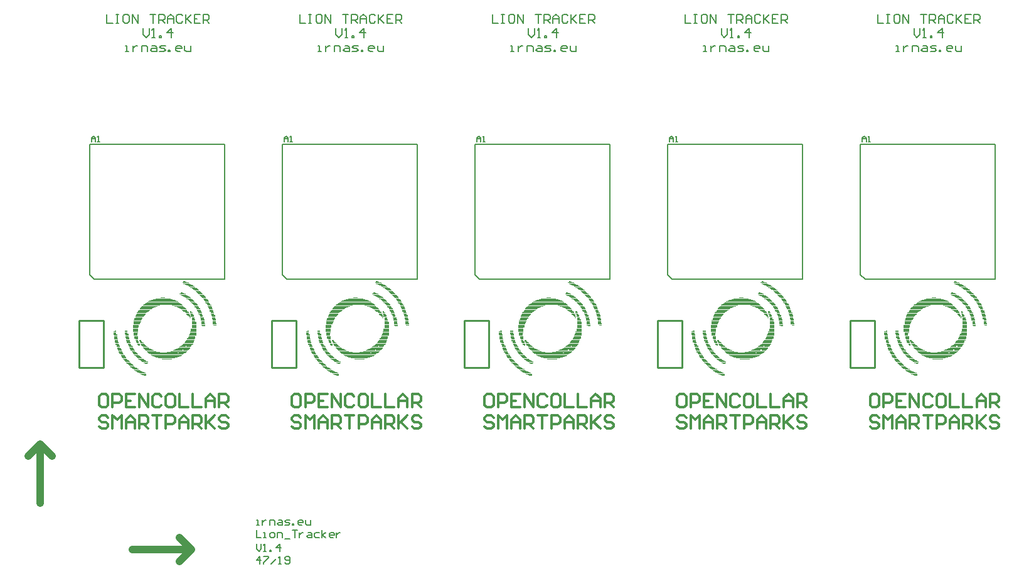
<source format=gto>
G04*
G04 #@! TF.GenerationSoftware,Altium Limited,Altium Designer,20.0.13 (296)*
G04*
G04 Layer_Color=65535*
%FSAX25Y25*%
%MOIN*%
G70*
G01*
G75*
%ADD16C,0.00787*%
%ADD18C,0.03937*%
%ADD19C,0.01181*%
%ADD75C,0.01000*%
%ADD76C,0.00400*%
%ADD77C,0.00402*%
%ADD78C,0.00591*%
D16*
X0135079Y0033683D02*
X0136391D01*
X0135735D01*
Y0036307D01*
X0135079D01*
X0138358D02*
Y0033683D01*
Y0034995D01*
X0139014Y0035651D01*
X0139670Y0036307D01*
X0140326D01*
X0142294Y0033683D02*
Y0036307D01*
X0144262D01*
X0144918Y0035651D01*
Y0033683D01*
X0146886Y0036307D02*
X0148198D01*
X0148854Y0035651D01*
Y0033683D01*
X0146886D01*
X0146230Y0034339D01*
X0146886Y0034995D01*
X0148854D01*
X0150166Y0033683D02*
X0152134D01*
X0152790Y0034339D01*
X0152134Y0034995D01*
X0150822D01*
X0150166Y0035651D01*
X0150822Y0036307D01*
X0152790D01*
X0154102Y0033683D02*
Y0034339D01*
X0154757D01*
Y0033683D01*
X0154102D01*
X0159349D02*
X0158037D01*
X0157381Y0034339D01*
Y0035651D01*
X0158037Y0036307D01*
X0159349D01*
X0160005Y0035651D01*
Y0034995D01*
X0157381D01*
X0161317Y0036307D02*
Y0034339D01*
X0161973Y0033683D01*
X0163941D01*
Y0036307D01*
X0135079Y0031006D02*
Y0027070D01*
X0137703D01*
X0139014D02*
X0140326D01*
X0139670D01*
Y0029694D01*
X0139014D01*
X0142950Y0027070D02*
X0144262D01*
X0144918Y0027726D01*
Y0029038D01*
X0144262Y0029694D01*
X0142950D01*
X0142294Y0029038D01*
Y0027726D01*
X0142950Y0027070D01*
X0146230D02*
Y0029694D01*
X0148198D01*
X0148854Y0029038D01*
Y0027070D01*
X0150166Y0026414D02*
X0152790D01*
X0154102Y0031006D02*
X0156725D01*
X0155413D01*
Y0027070D01*
X0158037Y0029694D02*
Y0027070D01*
Y0028382D01*
X0158693Y0029038D01*
X0159349Y0029694D01*
X0160005D01*
X0162629D02*
X0163941D01*
X0164597Y0029038D01*
Y0027070D01*
X0162629D01*
X0161973Y0027726D01*
X0162629Y0028382D01*
X0164597D01*
X0168533Y0029694D02*
X0166565D01*
X0165909Y0029038D01*
Y0027726D01*
X0166565Y0027070D01*
X0168533D01*
X0169844D02*
Y0031006D01*
Y0028382D02*
X0171812Y0029694D01*
X0169844Y0028382D02*
X0171812Y0027070D01*
X0175748D02*
X0174436D01*
X0173780Y0027726D01*
Y0029038D01*
X0174436Y0029694D01*
X0175748D01*
X0176404Y0029038D01*
Y0028382D01*
X0173780D01*
X0177716Y0029694D02*
Y0027070D01*
Y0028382D01*
X0178372Y0029038D01*
X0179028Y0029694D01*
X0179684D01*
X0135079Y0023737D02*
Y0021113D01*
X0136391Y0019802D01*
X0137703Y0021113D01*
Y0023737D01*
X0139014Y0019802D02*
X0140326D01*
X0139670D01*
Y0023737D01*
X0139014Y0023081D01*
X0142294Y0019802D02*
Y0020458D01*
X0142950D01*
Y0019802D01*
X0142294D01*
X0147542D02*
Y0023737D01*
X0145574Y0021769D01*
X0148198D01*
X0137047Y0013189D02*
Y0017125D01*
X0135079Y0015157D01*
X0137703D01*
X0139014Y0017125D02*
X0141638D01*
Y0016469D01*
X0139014Y0013845D01*
Y0013189D01*
X0142950D02*
X0145574Y0015813D01*
X0146886Y0013189D02*
X0148198D01*
X0147542D01*
Y0017125D01*
X0146886Y0016469D01*
X0150166Y0013845D02*
X0150822Y0013189D01*
X0152134D01*
X0152790Y0013845D01*
Y0016469D01*
X0152134Y0017125D01*
X0150822D01*
X0150166Y0016469D01*
Y0015813D01*
X0150822Y0015157D01*
X0152790D01*
X0046593Y0235918D02*
X0118247D01*
Y0164265D02*
Y0235918D01*
X0046593Y0166627D02*
Y0235918D01*
Y0166627D02*
X0048955Y0164265D01*
X0118247D01*
X0055704Y0305178D02*
Y0300456D01*
X0058853D01*
X0060427Y0305178D02*
X0062001D01*
X0061214D01*
Y0300456D01*
X0060427D01*
X0062001D01*
X0066724Y0305178D02*
X0065150D01*
X0064363Y0304391D01*
Y0301243D01*
X0065150Y0300456D01*
X0066724D01*
X0067511Y0301243D01*
Y0304391D01*
X0066724Y0305178D01*
X0069086Y0300456D02*
Y0305178D01*
X0072234Y0300456D01*
Y0305178D01*
X0078531D02*
X0081680D01*
X0080106D01*
Y0300456D01*
X0083254D02*
Y0305178D01*
X0085616D01*
X0086403Y0304391D01*
Y0302817D01*
X0085616Y0302030D01*
X0083254D01*
X0084829D02*
X0086403Y0300456D01*
X0087977D02*
Y0303604D01*
X0089551Y0305178D01*
X0091126Y0303604D01*
Y0300456D01*
Y0302817D01*
X0087977D01*
X0095849Y0304391D02*
X0095061Y0305178D01*
X0093487D01*
X0092700Y0304391D01*
Y0301243D01*
X0093487Y0300456D01*
X0095061D01*
X0095849Y0301243D01*
X0097423Y0305178D02*
Y0300456D01*
Y0302030D01*
X0100572Y0305178D01*
X0098210Y0302817D01*
X0100572Y0300456D01*
X0105294Y0305178D02*
X0102146D01*
Y0300456D01*
X0105294D01*
X0102146Y0302817D02*
X0103720D01*
X0106869Y0300456D02*
Y0305178D01*
X0109230D01*
X0110017Y0304391D01*
Y0302817D01*
X0109230Y0302030D01*
X0106869D01*
X0108443D02*
X0110017Y0300456D01*
X0074989Y0297621D02*
Y0294473D01*
X0076564Y0292898D01*
X0078138Y0294473D01*
Y0297621D01*
X0079712Y0292898D02*
X0081286D01*
X0080499D01*
Y0297621D01*
X0079712Y0296834D01*
X0083648Y0292898D02*
Y0293686D01*
X0084435D01*
Y0292898D01*
X0083648D01*
X0089945D02*
Y0297621D01*
X0087584Y0295260D01*
X0090732D01*
X0065543Y0285341D02*
X0067118D01*
X0066331D01*
Y0288490D01*
X0065543D01*
X0069479D02*
Y0285341D01*
Y0286915D01*
X0070266Y0287703D01*
X0071053Y0288490D01*
X0071841D01*
X0074202Y0285341D02*
Y0288490D01*
X0076564D01*
X0077351Y0287703D01*
Y0285341D01*
X0079712Y0288490D02*
X0081286D01*
X0082073Y0287703D01*
Y0285341D01*
X0079712D01*
X0078925Y0286128D01*
X0079712Y0286915D01*
X0082073D01*
X0083648Y0285341D02*
X0086009D01*
X0086796Y0286128D01*
X0086009Y0286915D01*
X0084435D01*
X0083648Y0287703D01*
X0084435Y0288490D01*
X0086796D01*
X0088371Y0285341D02*
Y0286128D01*
X0089158D01*
Y0285341D01*
X0088371D01*
X0094668D02*
X0093094D01*
X0092306Y0286128D01*
Y0287703D01*
X0093094Y0288490D01*
X0094668D01*
X0095455Y0287703D01*
Y0286915D01*
X0092306D01*
X0097029Y0288490D02*
Y0286128D01*
X0097816Y0285341D01*
X0100178D01*
Y0288490D01*
X0148955Y0235918D02*
X0220609D01*
Y0164265D02*
Y0235918D01*
X0148955Y0166627D02*
Y0235918D01*
Y0166627D02*
X0151318Y0164265D01*
X0220609D01*
X0158066Y0305178D02*
Y0300456D01*
X0161215D01*
X0162789Y0305178D02*
X0164363D01*
X0163576D01*
Y0300456D01*
X0162789D01*
X0164363D01*
X0169086Y0305178D02*
X0167512D01*
X0166725Y0304391D01*
Y0301243D01*
X0167512Y0300456D01*
X0169086D01*
X0169873Y0301243D01*
Y0304391D01*
X0169086Y0305178D01*
X0171448Y0300456D02*
Y0305178D01*
X0174596Y0300456D01*
Y0305178D01*
X0180894D02*
X0184042D01*
X0182468D01*
Y0300456D01*
X0185616D02*
Y0305178D01*
X0187978D01*
X0188765Y0304391D01*
Y0302817D01*
X0187978Y0302030D01*
X0185616D01*
X0187191D02*
X0188765Y0300456D01*
X0190339D02*
Y0303604D01*
X0191914Y0305178D01*
X0193488Y0303604D01*
Y0300456D01*
Y0302817D01*
X0190339D01*
X0198211Y0304391D02*
X0197424Y0305178D01*
X0195849D01*
X0195062Y0304391D01*
Y0301243D01*
X0195849Y0300456D01*
X0197424D01*
X0198211Y0301243D01*
X0199785Y0305178D02*
Y0300456D01*
Y0302030D01*
X0202934Y0305178D01*
X0200572Y0302817D01*
X0202934Y0300456D01*
X0207657Y0305178D02*
X0204508D01*
Y0300456D01*
X0207657D01*
X0204508Y0302817D02*
X0206082D01*
X0209231Y0300456D02*
Y0305178D01*
X0211592D01*
X0212379Y0304391D01*
Y0302817D01*
X0211592Y0302030D01*
X0209231D01*
X0210805D02*
X0212379Y0300456D01*
X0177351Y0297621D02*
Y0294473D01*
X0178926Y0292898D01*
X0180500Y0294473D01*
Y0297621D01*
X0182074Y0292898D02*
X0183649D01*
X0182861D01*
Y0297621D01*
X0182074Y0296834D01*
X0186010Y0292898D02*
Y0293686D01*
X0186797D01*
Y0292898D01*
X0186010D01*
X0192307D02*
Y0297621D01*
X0189946Y0295260D01*
X0193094D01*
X0167906Y0285341D02*
X0169480D01*
X0168693D01*
Y0288490D01*
X0167906D01*
X0171841D02*
Y0285341D01*
Y0286915D01*
X0172628Y0287703D01*
X0173416Y0288490D01*
X0174203D01*
X0176564Y0285341D02*
Y0288490D01*
X0178926D01*
X0179713Y0287703D01*
Y0285341D01*
X0182074Y0288490D02*
X0183649D01*
X0184436Y0287703D01*
Y0285341D01*
X0182074D01*
X0181287Y0286128D01*
X0182074Y0286915D01*
X0184436D01*
X0186010Y0285341D02*
X0188371D01*
X0189159Y0286128D01*
X0188371Y0286915D01*
X0186797D01*
X0186010Y0287703D01*
X0186797Y0288490D01*
X0189159D01*
X0190733Y0285341D02*
Y0286128D01*
X0191520D01*
Y0285341D01*
X0190733D01*
X0197030D02*
X0195456D01*
X0194669Y0286128D01*
Y0287703D01*
X0195456Y0288490D01*
X0197030D01*
X0197817Y0287703D01*
Y0286915D01*
X0194669D01*
X0199391Y0288490D02*
Y0286128D01*
X0200179Y0285341D01*
X0202540D01*
Y0288490D01*
X0251318Y0235918D02*
X0322971D01*
Y0164265D02*
Y0235918D01*
X0251318Y0166627D02*
Y0235918D01*
Y0166627D02*
X0253680Y0164265D01*
X0322971D01*
X0260429Y0305178D02*
Y0300456D01*
X0263577D01*
X0265151Y0305178D02*
X0266726D01*
X0265938D01*
Y0300456D01*
X0265151D01*
X0266726D01*
X0271448Y0305178D02*
X0269874D01*
X0269087Y0304391D01*
Y0301243D01*
X0269874Y0300456D01*
X0271448D01*
X0272236Y0301243D01*
Y0304391D01*
X0271448Y0305178D01*
X0273810Y0300456D02*
Y0305178D01*
X0276959Y0300456D01*
Y0305178D01*
X0283256D02*
X0286404D01*
X0284830D01*
Y0300456D01*
X0287979D02*
Y0305178D01*
X0290340D01*
X0291127Y0304391D01*
Y0302817D01*
X0290340Y0302030D01*
X0287979D01*
X0289553D02*
X0291127Y0300456D01*
X0292702D02*
Y0303604D01*
X0294276Y0305178D01*
X0295850Y0303604D01*
Y0300456D01*
Y0302817D01*
X0292702D01*
X0300573Y0304391D02*
X0299786Y0305178D01*
X0298212D01*
X0297424Y0304391D01*
Y0301243D01*
X0298212Y0300456D01*
X0299786D01*
X0300573Y0301243D01*
X0302147Y0305178D02*
Y0300456D01*
Y0302030D01*
X0305296Y0305178D01*
X0302934Y0302817D01*
X0305296Y0300456D01*
X0310019Y0305178D02*
X0306870D01*
Y0300456D01*
X0310019D01*
X0306870Y0302817D02*
X0308444D01*
X0311593Y0300456D02*
Y0305178D01*
X0313954D01*
X0314742Y0304391D01*
Y0302817D01*
X0313954Y0302030D01*
X0311593D01*
X0313167D02*
X0314742Y0300456D01*
X0279714Y0297621D02*
Y0294473D01*
X0281288Y0292898D01*
X0282862Y0294473D01*
Y0297621D01*
X0284436Y0292898D02*
X0286011D01*
X0285224D01*
Y0297621D01*
X0284436Y0296834D01*
X0288372Y0292898D02*
Y0293686D01*
X0289159D01*
Y0292898D01*
X0288372D01*
X0294669D02*
Y0297621D01*
X0292308Y0295260D01*
X0295457D01*
X0270268Y0285341D02*
X0271842D01*
X0271055D01*
Y0288490D01*
X0270268D01*
X0274203D02*
Y0285341D01*
Y0286915D01*
X0274991Y0287703D01*
X0275778Y0288490D01*
X0276565D01*
X0278926Y0285341D02*
Y0288490D01*
X0281288D01*
X0282075Y0287703D01*
Y0285341D01*
X0284436Y0288490D02*
X0286011D01*
X0286798Y0287703D01*
Y0285341D01*
X0284436D01*
X0283649Y0286128D01*
X0284436Y0286915D01*
X0286798D01*
X0288372Y0285341D02*
X0290734D01*
X0291521Y0286128D01*
X0290734Y0286915D01*
X0289159D01*
X0288372Y0287703D01*
X0289159Y0288490D01*
X0291521D01*
X0293095Y0285341D02*
Y0286128D01*
X0293882D01*
Y0285341D01*
X0293095D01*
X0299392D02*
X0297818D01*
X0297031Y0286128D01*
Y0287703D01*
X0297818Y0288490D01*
X0299392D01*
X0300179Y0287703D01*
Y0286915D01*
X0297031D01*
X0301754Y0288490D02*
Y0286128D01*
X0302541Y0285341D01*
X0304902D01*
Y0288490D01*
X0353680Y0235918D02*
X0425333D01*
Y0164265D02*
Y0235918D01*
X0353680Y0166627D02*
Y0235918D01*
Y0166627D02*
X0356042Y0164265D01*
X0425333D01*
X0362791Y0305178D02*
Y0300456D01*
X0365939D01*
X0367513Y0305178D02*
X0369088D01*
X0368301D01*
Y0300456D01*
X0367513D01*
X0369088D01*
X0373811Y0305178D02*
X0372236D01*
X0371449Y0304391D01*
Y0301243D01*
X0372236Y0300456D01*
X0373811D01*
X0374598Y0301243D01*
Y0304391D01*
X0373811Y0305178D01*
X0376172Y0300456D02*
Y0305178D01*
X0379321Y0300456D01*
Y0305178D01*
X0385618D02*
X0388767D01*
X0387192D01*
Y0300456D01*
X0390341D02*
Y0305178D01*
X0392702D01*
X0393489Y0304391D01*
Y0302817D01*
X0392702Y0302030D01*
X0390341D01*
X0391915D02*
X0393489Y0300456D01*
X0395064D02*
Y0303604D01*
X0396638Y0305178D01*
X0398212Y0303604D01*
Y0300456D01*
Y0302817D01*
X0395064D01*
X0402935Y0304391D02*
X0402148Y0305178D01*
X0400574D01*
X0399787Y0304391D01*
Y0301243D01*
X0400574Y0300456D01*
X0402148D01*
X0402935Y0301243D01*
X0404509Y0305178D02*
Y0300456D01*
Y0302030D01*
X0407658Y0305178D01*
X0405297Y0302817D01*
X0407658Y0300456D01*
X0412381Y0305178D02*
X0409232D01*
Y0300456D01*
X0412381D01*
X0409232Y0302817D02*
X0410807D01*
X0413955Y0300456D02*
Y0305178D01*
X0416317D01*
X0417104Y0304391D01*
Y0302817D01*
X0416317Y0302030D01*
X0413955D01*
X0415529D02*
X0417104Y0300456D01*
X0382076Y0297621D02*
Y0294473D01*
X0383650Y0292898D01*
X0385224Y0294473D01*
Y0297621D01*
X0386799Y0292898D02*
X0388373D01*
X0387586D01*
Y0297621D01*
X0386799Y0296834D01*
X0390734Y0292898D02*
Y0293686D01*
X0391522D01*
Y0292898D01*
X0390734D01*
X0397032D02*
Y0297621D01*
X0394670Y0295260D01*
X0397819D01*
X0372630Y0285341D02*
X0374204D01*
X0373417D01*
Y0288490D01*
X0372630D01*
X0376566D02*
Y0285341D01*
Y0286915D01*
X0377353Y0287703D01*
X0378140Y0288490D01*
X0378927D01*
X0381289Y0285341D02*
Y0288490D01*
X0383650D01*
X0384437Y0287703D01*
Y0285341D01*
X0386799Y0288490D02*
X0388373D01*
X0389160Y0287703D01*
Y0285341D01*
X0386799D01*
X0386012Y0286128D01*
X0386799Y0286915D01*
X0389160D01*
X0390734Y0285341D02*
X0393096D01*
X0393883Y0286128D01*
X0393096Y0286915D01*
X0391522D01*
X0390734Y0287703D01*
X0391522Y0288490D01*
X0393883D01*
X0395457Y0285341D02*
Y0286128D01*
X0396244D01*
Y0285341D01*
X0395457D01*
X0401754D02*
X0400180D01*
X0399393Y0286128D01*
Y0287703D01*
X0400180Y0288490D01*
X0401754D01*
X0402542Y0287703D01*
Y0286915D01*
X0399393D01*
X0404116Y0288490D02*
Y0286128D01*
X0404903Y0285341D01*
X0407265D01*
Y0288490D01*
X0456042Y0235918D02*
X0527696D01*
Y0164265D02*
Y0235918D01*
X0456042Y0166627D02*
Y0235918D01*
Y0166627D02*
X0458404Y0164265D01*
X0527696D01*
X0465153Y0305178D02*
Y0300456D01*
X0468301D01*
X0469876Y0305178D02*
X0471450D01*
X0470663D01*
Y0300456D01*
X0469876D01*
X0471450D01*
X0476173Y0305178D02*
X0474599D01*
X0473811Y0304391D01*
Y0301243D01*
X0474599Y0300456D01*
X0476173D01*
X0476960Y0301243D01*
Y0304391D01*
X0476173Y0305178D01*
X0478534Y0300456D02*
Y0305178D01*
X0481683Y0300456D01*
Y0305178D01*
X0487980D02*
X0491129D01*
X0489554D01*
Y0300456D01*
X0492703D02*
Y0305178D01*
X0495064D01*
X0495852Y0304391D01*
Y0302817D01*
X0495064Y0302030D01*
X0492703D01*
X0494277D02*
X0495852Y0300456D01*
X0497426D02*
Y0303604D01*
X0499000Y0305178D01*
X0500574Y0303604D01*
Y0300456D01*
Y0302817D01*
X0497426D01*
X0505297Y0304391D02*
X0504510Y0305178D01*
X0502936D01*
X0502149Y0304391D01*
Y0301243D01*
X0502936Y0300456D01*
X0504510D01*
X0505297Y0301243D01*
X0506872Y0305178D02*
Y0300456D01*
Y0302030D01*
X0510020Y0305178D01*
X0507659Y0302817D01*
X0510020Y0300456D01*
X0514743Y0305178D02*
X0511594D01*
Y0300456D01*
X0514743D01*
X0511594Y0302817D02*
X0513169D01*
X0516317Y0300456D02*
Y0305178D01*
X0518679D01*
X0519466Y0304391D01*
Y0302817D01*
X0518679Y0302030D01*
X0516317D01*
X0517892D02*
X0519466Y0300456D01*
X0484438Y0297621D02*
Y0294473D01*
X0486012Y0292898D01*
X0487586Y0294473D01*
Y0297621D01*
X0489161Y0292898D02*
X0490735D01*
X0489948D01*
Y0297621D01*
X0489161Y0296834D01*
X0493097Y0292898D02*
Y0293686D01*
X0493884D01*
Y0292898D01*
X0493097D01*
X0499394D02*
Y0297621D01*
X0497032Y0295260D01*
X0500181D01*
X0474992Y0285341D02*
X0476567D01*
X0475779D01*
Y0288490D01*
X0474992D01*
X0478928D02*
Y0285341D01*
Y0286915D01*
X0479715Y0287703D01*
X0480502Y0288490D01*
X0481289D01*
X0483651Y0285341D02*
Y0288490D01*
X0486012D01*
X0486799Y0287703D01*
Y0285341D01*
X0489161Y0288490D02*
X0490735D01*
X0491522Y0287703D01*
Y0285341D01*
X0489161D01*
X0488374Y0286128D01*
X0489161Y0286915D01*
X0491522D01*
X0493097Y0285341D02*
X0495458D01*
X0496245Y0286128D01*
X0495458Y0286915D01*
X0493884D01*
X0493097Y0287703D01*
X0493884Y0288490D01*
X0496245D01*
X0497819Y0285341D02*
Y0286128D01*
X0498607D01*
Y0285341D01*
X0497819D01*
X0504117D02*
X0502542D01*
X0501755Y0286128D01*
Y0287703D01*
X0502542Y0288490D01*
X0504117D01*
X0504904Y0287703D01*
Y0286915D01*
X0501755D01*
X0506478Y0288490D02*
Y0286128D01*
X0507265Y0285341D01*
X0509627D01*
Y0288490D01*
D18*
X0069213Y0020669D02*
X0100669D01*
X0094370Y0014370D02*
X0100669Y0020669D01*
X0094370Y0026969D02*
X0100669Y0020669D01*
X0013819Y0070472D02*
X0020118Y0076772D01*
X0026417Y0070472D01*
X0020118Y0045315D02*
Y0076772D01*
D19*
X0055157Y0103380D02*
X0052796D01*
X0051615Y0102199D01*
Y0097476D01*
X0052796Y0096296D01*
X0055157D01*
X0056338Y0097476D01*
Y0102199D01*
X0055157Y0103380D01*
X0058699Y0096296D02*
Y0103380D01*
X0062242D01*
X0063422Y0102199D01*
Y0099838D01*
X0062242Y0098657D01*
X0058699D01*
X0070507Y0103380D02*
X0065784D01*
Y0096296D01*
X0070507D01*
X0065784Y0099838D02*
X0068145D01*
X0072868Y0096296D02*
Y0103380D01*
X0077591Y0096296D01*
Y0103380D01*
X0084675Y0102199D02*
X0083495Y0103380D01*
X0081133D01*
X0079952Y0102199D01*
Y0097476D01*
X0081133Y0096296D01*
X0083495D01*
X0084675Y0097476D01*
X0090579Y0103380D02*
X0088217D01*
X0087037Y0102199D01*
Y0097476D01*
X0088217Y0096296D01*
X0090579D01*
X0091760Y0097476D01*
Y0102199D01*
X0090579Y0103380D01*
X0094121D02*
Y0096296D01*
X0098844D01*
X0101205Y0103380D02*
Y0096296D01*
X0105928D01*
X0108290D02*
Y0101019D01*
X0110651Y0103380D01*
X0113013Y0101019D01*
Y0096296D01*
Y0099838D01*
X0108290D01*
X0115374Y0096296D02*
Y0103380D01*
X0118916D01*
X0120097Y0102199D01*
Y0099838D01*
X0118916Y0098657D01*
X0115374D01*
X0117735D02*
X0120097Y0096296D01*
X0056338Y0090863D02*
X0055157Y0092044D01*
X0052796D01*
X0051615Y0090863D01*
Y0089683D01*
X0052796Y0088502D01*
X0055157D01*
X0056338Y0087321D01*
Y0086141D01*
X0055157Y0084960D01*
X0052796D01*
X0051615Y0086141D01*
X0058699Y0084960D02*
Y0092044D01*
X0061061Y0089683D01*
X0063422Y0092044D01*
Y0084960D01*
X0065784D02*
Y0089683D01*
X0068145Y0092044D01*
X0070507Y0089683D01*
Y0084960D01*
Y0088502D01*
X0065784D01*
X0072868Y0084960D02*
Y0092044D01*
X0076410D01*
X0077591Y0090863D01*
Y0088502D01*
X0076410Y0087321D01*
X0072868D01*
X0075230D02*
X0077591Y0084960D01*
X0079952Y0092044D02*
X0084675D01*
X0082314D01*
Y0084960D01*
X0087037D02*
Y0092044D01*
X0090579D01*
X0091760Y0090863D01*
Y0088502D01*
X0090579Y0087321D01*
X0087037D01*
X0094121Y0084960D02*
Y0089683D01*
X0096482Y0092044D01*
X0098844Y0089683D01*
Y0084960D01*
Y0088502D01*
X0094121D01*
X0101205Y0084960D02*
Y0092044D01*
X0104747D01*
X0105928Y0090863D01*
Y0088502D01*
X0104747Y0087321D01*
X0101205D01*
X0103567D02*
X0105928Y0084960D01*
X0108290Y0092044D02*
Y0084960D01*
Y0087321D01*
X0113013Y0092044D01*
X0109470Y0088502D01*
X0113013Y0084960D01*
X0120097Y0090863D02*
X0118916Y0092044D01*
X0116555D01*
X0115374Y0090863D01*
Y0089683D01*
X0116555Y0088502D01*
X0118916D01*
X0120097Y0087321D01*
Y0086141D01*
X0118916Y0084960D01*
X0116555D01*
X0115374Y0086141D01*
X0157519Y0103380D02*
X0155158D01*
X0153977Y0102199D01*
Y0097476D01*
X0155158Y0096296D01*
X0157519D01*
X0158700Y0097476D01*
Y0102199D01*
X0157519Y0103380D01*
X0161062Y0096296D02*
Y0103380D01*
X0164604D01*
X0165785Y0102199D01*
Y0099838D01*
X0164604Y0098657D01*
X0161062D01*
X0172869Y0103380D02*
X0168146D01*
Y0096296D01*
X0172869D01*
X0168146Y0099838D02*
X0170507D01*
X0175230Y0096296D02*
Y0103380D01*
X0179953Y0096296D01*
Y0103380D01*
X0187037Y0102199D02*
X0185857Y0103380D01*
X0183495D01*
X0182315Y0102199D01*
Y0097476D01*
X0183495Y0096296D01*
X0185857D01*
X0187037Y0097476D01*
X0192941Y0103380D02*
X0190580D01*
X0189399Y0102199D01*
Y0097476D01*
X0190580Y0096296D01*
X0192941D01*
X0194122Y0097476D01*
Y0102199D01*
X0192941Y0103380D01*
X0196483D02*
Y0096296D01*
X0201206D01*
X0203568Y0103380D02*
Y0096296D01*
X0208290D01*
X0210652D02*
Y0101019D01*
X0213013Y0103380D01*
X0215375Y0101019D01*
Y0096296D01*
Y0099838D01*
X0210652D01*
X0217736Y0096296D02*
Y0103380D01*
X0221278D01*
X0222459Y0102199D01*
Y0099838D01*
X0221278Y0098657D01*
X0217736D01*
X0220098D02*
X0222459Y0096296D01*
X0158700Y0090863D02*
X0157519Y0092044D01*
X0155158D01*
X0153977Y0090863D01*
Y0089683D01*
X0155158Y0088502D01*
X0157519D01*
X0158700Y0087321D01*
Y0086141D01*
X0157519Y0084960D01*
X0155158D01*
X0153977Y0086141D01*
X0161062Y0084960D02*
Y0092044D01*
X0163423Y0089683D01*
X0165785Y0092044D01*
Y0084960D01*
X0168146D02*
Y0089683D01*
X0170507Y0092044D01*
X0172869Y0089683D01*
Y0084960D01*
Y0088502D01*
X0168146D01*
X0175230Y0084960D02*
Y0092044D01*
X0178772D01*
X0179953Y0090863D01*
Y0088502D01*
X0178772Y0087321D01*
X0175230D01*
X0177592D02*
X0179953Y0084960D01*
X0182315Y0092044D02*
X0187037D01*
X0184676D01*
Y0084960D01*
X0189399D02*
Y0092044D01*
X0192941D01*
X0194122Y0090863D01*
Y0088502D01*
X0192941Y0087321D01*
X0189399D01*
X0196483Y0084960D02*
Y0089683D01*
X0198845Y0092044D01*
X0201206Y0089683D01*
Y0084960D01*
Y0088502D01*
X0196483D01*
X0203568Y0084960D02*
Y0092044D01*
X0207110D01*
X0208290Y0090863D01*
Y0088502D01*
X0207110Y0087321D01*
X0203568D01*
X0205929D02*
X0208290Y0084960D01*
X0210652Y0092044D02*
Y0084960D01*
Y0087321D01*
X0215375Y0092044D01*
X0211833Y0088502D01*
X0215375Y0084960D01*
X0222459Y0090863D02*
X0221278Y0092044D01*
X0218917D01*
X0217736Y0090863D01*
Y0089683D01*
X0218917Y0088502D01*
X0221278D01*
X0222459Y0087321D01*
Y0086141D01*
X0221278Y0084960D01*
X0218917D01*
X0217736Y0086141D01*
X0259882Y0103380D02*
X0257520D01*
X0256340Y0102199D01*
Y0097476D01*
X0257520Y0096296D01*
X0259882D01*
X0261062Y0097476D01*
Y0102199D01*
X0259882Y0103380D01*
X0263424Y0096296D02*
Y0103380D01*
X0266966D01*
X0268147Y0102199D01*
Y0099838D01*
X0266966Y0098657D01*
X0263424D01*
X0275231Y0103380D02*
X0270508D01*
Y0096296D01*
X0275231D01*
X0270508Y0099838D02*
X0272869D01*
X0277592Y0096296D02*
Y0103380D01*
X0282315Y0096296D01*
Y0103380D01*
X0289400Y0102199D02*
X0288219Y0103380D01*
X0285858D01*
X0284677Y0102199D01*
Y0097476D01*
X0285858Y0096296D01*
X0288219D01*
X0289400Y0097476D01*
X0295303Y0103380D02*
X0292942D01*
X0291761Y0102199D01*
Y0097476D01*
X0292942Y0096296D01*
X0295303D01*
X0296484Y0097476D01*
Y0102199D01*
X0295303Y0103380D01*
X0298845D02*
Y0096296D01*
X0303568D01*
X0305930Y0103380D02*
Y0096296D01*
X0310653D01*
X0313014D02*
Y0101019D01*
X0315375Y0103380D01*
X0317737Y0101019D01*
Y0096296D01*
Y0099838D01*
X0313014D01*
X0320098Y0096296D02*
Y0103380D01*
X0323640D01*
X0324821Y0102199D01*
Y0099838D01*
X0323640Y0098657D01*
X0320098D01*
X0322460D02*
X0324821Y0096296D01*
X0261062Y0090863D02*
X0259882Y0092044D01*
X0257520D01*
X0256340Y0090863D01*
Y0089683D01*
X0257520Y0088502D01*
X0259882D01*
X0261062Y0087321D01*
Y0086141D01*
X0259882Y0084960D01*
X0257520D01*
X0256340Y0086141D01*
X0263424Y0084960D02*
Y0092044D01*
X0265785Y0089683D01*
X0268147Y0092044D01*
Y0084960D01*
X0270508D02*
Y0089683D01*
X0272869Y0092044D01*
X0275231Y0089683D01*
Y0084960D01*
Y0088502D01*
X0270508D01*
X0277592Y0084960D02*
Y0092044D01*
X0281135D01*
X0282315Y0090863D01*
Y0088502D01*
X0281135Y0087321D01*
X0277592D01*
X0279954D02*
X0282315Y0084960D01*
X0284677Y0092044D02*
X0289400D01*
X0287038D01*
Y0084960D01*
X0291761D02*
Y0092044D01*
X0295303D01*
X0296484Y0090863D01*
Y0088502D01*
X0295303Y0087321D01*
X0291761D01*
X0298845Y0084960D02*
Y0089683D01*
X0301207Y0092044D01*
X0303568Y0089683D01*
Y0084960D01*
Y0088502D01*
X0298845D01*
X0305930Y0084960D02*
Y0092044D01*
X0309472D01*
X0310653Y0090863D01*
Y0088502D01*
X0309472Y0087321D01*
X0305930D01*
X0308291D02*
X0310653Y0084960D01*
X0313014Y0092044D02*
Y0084960D01*
Y0087321D01*
X0317737Y0092044D01*
X0314195Y0088502D01*
X0317737Y0084960D01*
X0324821Y0090863D02*
X0323640Y0092044D01*
X0321279D01*
X0320098Y0090863D01*
Y0089683D01*
X0321279Y0088502D01*
X0323640D01*
X0324821Y0087321D01*
Y0086141D01*
X0323640Y0084960D01*
X0321279D01*
X0320098Y0086141D01*
X0362244Y0103380D02*
X0359882D01*
X0358702Y0102199D01*
Y0097476D01*
X0359882Y0096296D01*
X0362244D01*
X0363424Y0097476D01*
Y0102199D01*
X0362244Y0103380D01*
X0365786Y0096296D02*
Y0103380D01*
X0369328D01*
X0370509Y0102199D01*
Y0099838D01*
X0369328Y0098657D01*
X0365786D01*
X0377593Y0103380D02*
X0372870D01*
Y0096296D01*
X0377593D01*
X0372870Y0099838D02*
X0375232D01*
X0379955Y0096296D02*
Y0103380D01*
X0384678Y0096296D01*
Y0103380D01*
X0391762Y0102199D02*
X0390581Y0103380D01*
X0388220D01*
X0387039Y0102199D01*
Y0097476D01*
X0388220Y0096296D01*
X0390581D01*
X0391762Y0097476D01*
X0397665Y0103380D02*
X0395304D01*
X0394123Y0102199D01*
Y0097476D01*
X0395304Y0096296D01*
X0397665D01*
X0398846Y0097476D01*
Y0102199D01*
X0397665Y0103380D01*
X0401208D02*
Y0096296D01*
X0405931D01*
X0408292Y0103380D02*
Y0096296D01*
X0413015D01*
X0415376D02*
Y0101019D01*
X0417738Y0103380D01*
X0420099Y0101019D01*
Y0096296D01*
Y0099838D01*
X0415376D01*
X0422461Y0096296D02*
Y0103380D01*
X0426003D01*
X0427183Y0102199D01*
Y0099838D01*
X0426003Y0098657D01*
X0422461D01*
X0424822D02*
X0427183Y0096296D01*
X0363424Y0090863D02*
X0362244Y0092044D01*
X0359882D01*
X0358702Y0090863D01*
Y0089683D01*
X0359882Y0088502D01*
X0362244D01*
X0363424Y0087321D01*
Y0086141D01*
X0362244Y0084960D01*
X0359882D01*
X0358702Y0086141D01*
X0365786Y0084960D02*
Y0092044D01*
X0368147Y0089683D01*
X0370509Y0092044D01*
Y0084960D01*
X0372870D02*
Y0089683D01*
X0375232Y0092044D01*
X0377593Y0089683D01*
Y0084960D01*
Y0088502D01*
X0372870D01*
X0379955Y0084960D02*
Y0092044D01*
X0383497D01*
X0384678Y0090863D01*
Y0088502D01*
X0383497Y0087321D01*
X0379955D01*
X0382316D02*
X0384678Y0084960D01*
X0387039Y0092044D02*
X0391762D01*
X0389400D01*
Y0084960D01*
X0394123D02*
Y0092044D01*
X0397665D01*
X0398846Y0090863D01*
Y0088502D01*
X0397665Y0087321D01*
X0394123D01*
X0401208Y0084960D02*
Y0089683D01*
X0403569Y0092044D01*
X0405931Y0089683D01*
Y0084960D01*
Y0088502D01*
X0401208D01*
X0408292Y0084960D02*
Y0092044D01*
X0411834D01*
X0413015Y0090863D01*
Y0088502D01*
X0411834Y0087321D01*
X0408292D01*
X0410653D02*
X0413015Y0084960D01*
X0415376Y0092044D02*
Y0084960D01*
Y0087321D01*
X0420099Y0092044D01*
X0416557Y0088502D01*
X0420099Y0084960D01*
X0427183Y0090863D02*
X0426003Y0092044D01*
X0423641D01*
X0422461Y0090863D01*
Y0089683D01*
X0423641Y0088502D01*
X0426003D01*
X0427183Y0087321D01*
Y0086141D01*
X0426003Y0084960D01*
X0423641D01*
X0422461Y0086141D01*
X0464606Y0103380D02*
X0462245D01*
X0461064Y0102199D01*
Y0097476D01*
X0462245Y0096296D01*
X0464606D01*
X0465787Y0097476D01*
Y0102199D01*
X0464606Y0103380D01*
X0468148Y0096296D02*
Y0103380D01*
X0471690D01*
X0472871Y0102199D01*
Y0099838D01*
X0471690Y0098657D01*
X0468148D01*
X0479955Y0103380D02*
X0475233D01*
Y0096296D01*
X0479955D01*
X0475233Y0099838D02*
X0477594D01*
X0482317Y0096296D02*
Y0103380D01*
X0487040Y0096296D01*
Y0103380D01*
X0494124Y0102199D02*
X0492943Y0103380D01*
X0490582D01*
X0489401Y0102199D01*
Y0097476D01*
X0490582Y0096296D01*
X0492943D01*
X0494124Y0097476D01*
X0500028Y0103380D02*
X0497666D01*
X0496486Y0102199D01*
Y0097476D01*
X0497666Y0096296D01*
X0500028D01*
X0501208Y0097476D01*
Y0102199D01*
X0500028Y0103380D01*
X0503570D02*
Y0096296D01*
X0508293D01*
X0510654Y0103380D02*
Y0096296D01*
X0515377D01*
X0517738D02*
Y0101019D01*
X0520100Y0103380D01*
X0522461Y0101019D01*
Y0096296D01*
Y0099838D01*
X0517738D01*
X0524823Y0096296D02*
Y0103380D01*
X0528365D01*
X0529546Y0102199D01*
Y0099838D01*
X0528365Y0098657D01*
X0524823D01*
X0527184D02*
X0529546Y0096296D01*
X0465787Y0090863D02*
X0464606Y0092044D01*
X0462245D01*
X0461064Y0090863D01*
Y0089683D01*
X0462245Y0088502D01*
X0464606D01*
X0465787Y0087321D01*
Y0086141D01*
X0464606Y0084960D01*
X0462245D01*
X0461064Y0086141D01*
X0468148Y0084960D02*
Y0092044D01*
X0470510Y0089683D01*
X0472871Y0092044D01*
Y0084960D01*
X0475233D02*
Y0089683D01*
X0477594Y0092044D01*
X0479955Y0089683D01*
Y0084960D01*
Y0088502D01*
X0475233D01*
X0482317Y0084960D02*
Y0092044D01*
X0485859D01*
X0487040Y0090863D01*
Y0088502D01*
X0485859Y0087321D01*
X0482317D01*
X0484678D02*
X0487040Y0084960D01*
X0489401Y0092044D02*
X0494124D01*
X0491763D01*
Y0084960D01*
X0496486D02*
Y0092044D01*
X0500028D01*
X0501208Y0090863D01*
Y0088502D01*
X0500028Y0087321D01*
X0496486D01*
X0503570Y0084960D02*
Y0089683D01*
X0505931Y0092044D01*
X0508293Y0089683D01*
Y0084960D01*
Y0088502D01*
X0503570D01*
X0510654Y0084960D02*
Y0092044D01*
X0514196D01*
X0515377Y0090863D01*
Y0088502D01*
X0514196Y0087321D01*
X0510654D01*
X0513016D02*
X0515377Y0084960D01*
X0517738Y0092044D02*
Y0084960D01*
Y0087321D01*
X0522461Y0092044D01*
X0518919Y0088502D01*
X0522461Y0084960D01*
X0529546Y0090863D02*
X0528365Y0092044D01*
X0526003D01*
X0524823Y0090863D01*
Y0089683D01*
X0526003Y0088502D01*
X0528365D01*
X0529546Y0087321D01*
Y0086141D01*
X0528365Y0084960D01*
X0526003D01*
X0524823Y0086141D01*
D75*
X0040981Y0142499D02*
X0053981D01*
Y0117499D02*
Y0142499D01*
X0040981Y0117499D02*
X0053981D01*
X0040981D02*
Y0142499D01*
X0143343D02*
X0156343D01*
Y0117499D02*
Y0142499D01*
X0143343Y0117499D02*
X0156343D01*
X0143343D02*
Y0142499D01*
X0245706D02*
X0258706D01*
Y0117499D02*
Y0142499D01*
X0245706Y0117499D02*
X0258706D01*
X0245706D02*
Y0142499D01*
X0348068D02*
X0361068D01*
Y0117499D02*
Y0142499D01*
X0348068Y0117499D02*
X0361068D01*
X0348068D02*
Y0142499D01*
X0450430D02*
X0463430D01*
Y0117499D02*
Y0142499D01*
X0450430Y0117499D02*
X0463430D01*
X0450430D02*
Y0142499D01*
D76*
X0063146Y0124205D02*
X0064746D01*
X0063146Y0123805D02*
X0064746D01*
X0063546Y0123405D02*
X0065146D01*
X0063546Y0123005D02*
X0065546D01*
X0063946Y0122605D02*
X0065546D01*
X0064346Y0122205D02*
X0065946D01*
X0059946Y0132205D02*
X0061146D01*
X0059946Y0131805D02*
X0061146D01*
X0059946Y0131405D02*
X0061146D01*
X0059946Y0131005D02*
X0061546D01*
X0060346Y0130605D02*
X0061546D01*
X0060346Y0130205D02*
X0061546D01*
X0060346Y0129805D02*
X0061946D01*
X0060746Y0129405D02*
X0061946D01*
X0060746Y0129005D02*
X0062346D01*
X0060746Y0128605D02*
X0062346D01*
X0061146Y0128205D02*
X0062346D01*
X0061146Y0127805D02*
X0062746D01*
X0061146Y0127405D02*
X0062746D01*
X0061546Y0127005D02*
X0063146D01*
X0061546Y0126605D02*
X0063146D01*
X0061946Y0126205D02*
X0063546D01*
X0061946Y0125805D02*
X0063546D01*
X0062346Y0125405D02*
X0063946D01*
X0062346Y0125005D02*
X0063946D01*
X0059946Y0137005D02*
X0060346D01*
X0059146Y0136605D02*
X0060346D01*
X0059146Y0136205D02*
X0060346D01*
X0059146Y0135805D02*
X0060346D01*
X0059146Y0135405D02*
X0060346D01*
X0059146Y0135005D02*
X0060746D01*
X0059546Y0134605D02*
X0060746D01*
X0059546Y0134205D02*
X0060746D01*
X0059546Y0133805D02*
X0060746D01*
X0059546Y0133405D02*
X0060746D01*
X0059546Y0133005D02*
X0060746D01*
X0070346Y0116205D02*
X0072746D01*
X0070746Y0115805D02*
X0073546D01*
X0070346Y0124205D02*
X0072346D01*
X0070746Y0123805D02*
X0072746D01*
X0071146Y0123405D02*
X0073146D01*
X0071546Y0123005D02*
X0073546D01*
X0071946Y0122605D02*
X0073946D01*
X0066746Y0119405D02*
X0068746D01*
X0067146Y0119005D02*
X0069146D01*
X0067546Y0118605D02*
X0069546D01*
X0067946Y0118205D02*
X0069946D01*
X0068346Y0117805D02*
X0070346D01*
X0068746Y0117405D02*
X0071146D01*
X0069146Y0117005D02*
X0071546D01*
X0070746Y0132205D02*
X0071946D01*
X0072746D02*
X0073546D01*
X0071146Y0131805D02*
X0071946D01*
X0072746D02*
X0073546D01*
X0071146Y0131405D02*
X0072346D01*
X0073146D02*
X0073946D01*
X0071146Y0131005D02*
X0072346D01*
X0071546Y0130605D02*
X0072346D01*
X0066746Y0130205D02*
X0067946D01*
X0071946D02*
X0072746D01*
X0066746Y0129805D02*
X0068346D01*
X0071946D02*
X0072746D01*
X0067146Y0129405D02*
X0068346D01*
X0072346D02*
X0072746D01*
X0067146Y0129005D02*
X0068746D01*
X0067546Y0128605D02*
X0069146D01*
X0067546Y0128205D02*
X0069146D01*
X0067946Y0127805D02*
X0069546D01*
X0067946Y0127405D02*
X0069546D01*
X0068346Y0127005D02*
X0069946D01*
X0068346Y0126605D02*
X0070346D01*
X0068746Y0126205D02*
X0070346D01*
X0069146Y0125805D02*
X0070746D01*
X0069546Y0125405D02*
X0071146D01*
X0069546Y0125005D02*
X0071546D01*
X0069546Y0140205D02*
X0072346D01*
X0069546Y0139805D02*
X0072346D01*
X0069546Y0139405D02*
X0072346D01*
X0069546Y0139005D02*
X0072346D01*
X0069546Y0138605D02*
X0071946D01*
X0069546Y0138205D02*
X0071946D01*
X0069546Y0137805D02*
X0071946D01*
X0069546Y0137405D02*
X0071946D01*
X0069546Y0137005D02*
X0071946D01*
X0069546Y0136605D02*
X0071946D01*
X0069946Y0136205D02*
X0071946D01*
X0069946Y0135805D02*
X0071546D01*
X0069946Y0135405D02*
X0071546D01*
X0069946Y0135005D02*
X0071546D01*
X0069946Y0134605D02*
X0071546D01*
X0070346Y0134205D02*
X0071946D01*
X0070346Y0133805D02*
X0071946D01*
X0070346Y0133405D02*
X0071946D01*
X0070346Y0133005D02*
X0071946D01*
X0070346Y0143405D02*
X0073946D01*
X0070346Y0143005D02*
X0073946D01*
X0069946Y0142605D02*
X0073546D01*
X0069946Y0142205D02*
X0073546D01*
X0069946Y0141805D02*
X0073146D01*
X0069946Y0141405D02*
X0073146D01*
X0069946Y0141005D02*
X0072746D01*
X0075146Y0113405D02*
X0076346D01*
X0075146Y0120205D02*
X0077146D01*
X0075946Y0119805D02*
X0076746D01*
X0074746Y0128605D02*
X0076746D01*
X0074746Y0128205D02*
X0077546D01*
X0075146Y0127805D02*
X0077946D01*
X0075546Y0127405D02*
X0078746D01*
X0075946Y0127005D02*
X0079546D01*
X0076346Y0126605D02*
X0080346D01*
X0076746Y0126205D02*
X0081546D01*
X0084746Y0122205D02*
X0089946D01*
X0094746Y0129005D02*
X0097146D01*
X0094346Y0128605D02*
X0097146D01*
X0091546Y0127005D02*
X0095546D01*
X0090746Y0126605D02*
X0095546D01*
X0093546Y0125805D02*
X0097546D01*
X0093946Y0125405D02*
X0097146D01*
X0093546Y0125005D02*
X0096346D01*
X0095546Y0148205D02*
X0097946D01*
X0095946Y0147805D02*
X0097946D01*
X0094746Y0156205D02*
X0097546D01*
X0091546Y0150205D02*
X0095946D01*
X0092746Y0149805D02*
X0096346D01*
X0093546Y0149405D02*
X0096746D01*
X0094346Y0149005D02*
X0097146D01*
X0096346Y0163405D02*
X0096746D01*
X0096346Y0163005D02*
X0097546D01*
X0094746Y0157405D02*
X0095546D01*
X0094746Y0157005D02*
X0096346D01*
X0100746Y0140205D02*
X0102746D01*
X0100746Y0139805D02*
X0102746D01*
X0100746Y0139405D02*
X0102746D01*
X0100746Y0139005D02*
X0102746D01*
X0100746Y0138605D02*
X0102746D01*
X0100346Y0138205D02*
X0102746D01*
X0100346Y0137805D02*
X0102746D01*
X0100346Y0137405D02*
X0102746D01*
X0100346Y0137005D02*
X0102746D01*
X0099946Y0136605D02*
X0102746D01*
X0099946Y0136205D02*
X0102746D01*
X0099946Y0135805D02*
X0102746D01*
X0099546Y0135405D02*
X0102746D01*
X0099546Y0135005D02*
X0102746D01*
X0099146Y0134605D02*
X0102746D01*
X0099146Y0134205D02*
X0102346D01*
X0098746Y0133805D02*
X0102346D01*
X0098746Y0133405D02*
X0102346D01*
X0103546Y0148205D02*
X0105146D01*
X0103546Y0147805D02*
X0105146D01*
X0099946Y0147405D02*
X0100346D01*
X0103946D02*
X0105546D01*
X0099946Y0147005D02*
X0100346D01*
X0104346D02*
X0105546D01*
X0099946Y0146605D02*
X0100746D01*
X0104346D02*
X0105946D01*
X0099946Y0146205D02*
X0100746D01*
X0104346D02*
X0105946D01*
X0100346Y0145805D02*
X0101146D01*
X0104746D02*
X0105946D01*
X0100346Y0145405D02*
X0101546D01*
X0098746Y0145005D02*
X0099546D01*
X0100346D02*
X0101546D01*
X0099146Y0144605D02*
X0099946D01*
X0100346D02*
X0101546D01*
X0099546Y0144205D02*
X0099946D01*
X0100746D02*
X0101946D01*
X0100746Y0143805D02*
X0101946D01*
X0100746Y0143405D02*
X0101946D01*
X0100746Y0143005D02*
X0102346D01*
X0100746Y0142605D02*
X0102346D01*
X0100746Y0142205D02*
X0102346D01*
X0100746Y0141805D02*
X0102746D01*
X0100746Y0141405D02*
X0102746D01*
X0100746Y0141005D02*
X0102746D01*
X0098746Y0153805D02*
X0100746D01*
X0099146Y0153405D02*
X0101146D01*
X0099546Y0153005D02*
X0101546D01*
X0099946Y0152605D02*
X0101946D01*
X0100346Y0152205D02*
X0102346D01*
X0100746Y0151805D02*
X0102746D01*
X0101146Y0151405D02*
X0103146D01*
X0101546Y0151005D02*
X0103546D01*
X0101946Y0150605D02*
X0103546D01*
X0102346Y0150205D02*
X0103946D01*
X0102346Y0149805D02*
X0104346D01*
X0102746Y0149405D02*
X0104346D01*
X0103146Y0149005D02*
X0104746D01*
X0098746Y0161005D02*
X0101146D01*
X0099146Y0160605D02*
X0101946D01*
X0099946Y0160205D02*
X0102346D01*
X0100746Y0159805D02*
X0103146D01*
X0101146Y0159405D02*
X0103546D01*
X0101546Y0159005D02*
X0103946D01*
X0102346Y0158605D02*
X0104346D01*
X0102746Y0158205D02*
X0104746D01*
X0103146Y0157805D02*
X0105146D01*
X0103546Y0157405D02*
X0105546D01*
X0103946Y0157005D02*
X0105946D01*
X0112346Y0140205D02*
X0113546D01*
X0110346Y0148205D02*
X0111546D01*
X0110346Y0147805D02*
X0111946D01*
X0110346Y0147405D02*
X0111946D01*
X0110746Y0147005D02*
X0111946D01*
X0110746Y0146605D02*
X0112346D01*
X0110746Y0146205D02*
X0112346D01*
X0111146Y0145805D02*
X0112346D01*
X0111146Y0145405D02*
X0112746D01*
X0111146Y0145005D02*
X0112746D01*
X0111546Y0144605D02*
X0112746D01*
X0111546Y0144205D02*
X0112746D01*
X0111546Y0143805D02*
X0112746D01*
X0111546Y0143405D02*
X0113146D01*
X0111946Y0143005D02*
X0113146D01*
X0111946Y0142605D02*
X0113146D01*
X0111946Y0142205D02*
X0113146D01*
X0111946Y0141805D02*
X0113146D01*
X0111946Y0141405D02*
X0113146D01*
X0111946Y0141005D02*
X0113546D01*
X0106746Y0154205D02*
X0108346D01*
X0107146Y0153805D02*
X0108746D01*
X0107146Y0153405D02*
X0109146D01*
X0107546Y0153005D02*
X0109146D01*
X0107946Y0152605D02*
X0109546D01*
X0107946Y0152205D02*
X0109546D01*
X0108346Y0151805D02*
X0109946D01*
X0108746Y0151405D02*
X0110346D01*
X0108746Y0151005D02*
X0110346D01*
X0109146Y0150605D02*
X0110746D01*
X0109146Y0150205D02*
X0110746D01*
X0109546Y0149805D02*
X0111146D01*
X0109546Y0149405D02*
X0111146D01*
X0109946Y0149005D02*
X0111146D01*
X0062746Y0124605D02*
X0064346D01*
X0059546Y0132605D02*
X0061146D01*
X0069946Y0124605D02*
X0071946D01*
X0069946Y0116605D02*
X0072346D01*
X0069946Y0140605D02*
X0072746D01*
X0070746Y0132605D02*
X0071946D01*
X0094346Y0156605D02*
X0097146D01*
X0094746Y0148605D02*
X0097546D01*
X0103146D02*
X0104746D01*
X0100746Y0140605D02*
X0102746D01*
X0109946Y0148605D02*
X0111546D01*
X0111946Y0140605D02*
X0113546D01*
X0071546Y0115405D02*
X0074346D01*
X0071946Y0115005D02*
X0075146D01*
X0072746Y0114605D02*
X0075946D01*
X0073546Y0114205D02*
X0076346D01*
X0074346Y0113805D02*
X0076346D01*
X0072346Y0122205D02*
X0074746D01*
X0064746Y0121805D02*
X0066346D01*
X0072746D02*
X0075146D01*
X0064746Y0121405D02*
X0066746D01*
X0073546D02*
X0075946D01*
X0065146Y0121005D02*
X0067146D01*
X0073946D02*
X0076346D01*
X0065546Y0120605D02*
X0067546D01*
X0074346D02*
X0077146D01*
X0065946Y0120205D02*
X0067946D01*
X0066346Y0119805D02*
X0068346D01*
X0065946Y0132205D02*
X0067546D01*
X0065946Y0131805D02*
X0067546D01*
X0066346Y0131405D02*
X0067546D01*
X0066346Y0131005D02*
X0067946D01*
X0073146D02*
X0074346D01*
X0066346Y0130605D02*
X0067946D01*
X0073546D02*
X0074746D01*
X0073546Y0130205D02*
X0075146D01*
X0073946Y0129805D02*
X0075546D01*
X0073946Y0129405D02*
X0075946D01*
X0074346Y0129005D02*
X0076346D01*
X0065146Y0137005D02*
X0066346D01*
X0065146Y0136605D02*
X0066346D01*
X0065146Y0136205D02*
X0066346D01*
X0065146Y0135805D02*
X0066346D01*
X0065146Y0135405D02*
X0066746D01*
X0065546Y0135005D02*
X0066746D01*
X0065546Y0134605D02*
X0066746D01*
X0065546Y0134205D02*
X0066746D01*
X0065546Y0133805D02*
X0066746D01*
X0065546Y0133405D02*
X0067146D01*
X0065946Y0133005D02*
X0067146D01*
X0072346Y0147805D02*
X0077946D01*
X0072346Y0147405D02*
X0077546D01*
X0071946Y0147005D02*
X0076746D01*
X0071546Y0146605D02*
X0076346D01*
X0071546Y0146205D02*
X0075946D01*
X0071146Y0145805D02*
X0075946D01*
X0071146Y0145405D02*
X0075546D01*
X0070746Y0145005D02*
X0075146D01*
X0070746Y0144605D02*
X0074746D01*
X0070746Y0144205D02*
X0074346D01*
X0070346Y0143805D02*
X0074346D01*
X0079146Y0124205D02*
X0095146D01*
X0079946Y0123805D02*
X0094746D01*
X0080746Y0123405D02*
X0093946D01*
X0081546Y0123005D02*
X0092746D01*
X0082746Y0122605D02*
X0091546D01*
X0097946Y0132205D02*
X0101946D01*
X0097546Y0131805D02*
X0101546D01*
X0097146Y0131405D02*
X0101546D01*
X0097146Y0131005D02*
X0101546D01*
X0096746Y0130605D02*
X0101146D01*
X0096346Y0130205D02*
X0101146D01*
X0095946Y0129805D02*
X0100746D01*
X0095546Y0129405D02*
X0100346D01*
X0097946Y0129005D02*
X0100346D01*
X0097946Y0128605D02*
X0099946D01*
X0093946Y0128205D02*
X0099546D01*
X0093146Y0127805D02*
X0099546D01*
X0092346Y0127405D02*
X0099146D01*
X0096346Y0127005D02*
X0098746D01*
X0096346Y0126605D02*
X0098346D01*
X0089546Y0126205D02*
X0097946D01*
X0087546Y0125805D02*
X0093146D01*
X0105946Y0140205D02*
X0107546D01*
X0106346Y0139805D02*
X0107546D01*
X0098346Y0133005D02*
X0102346D01*
X0096346Y0147405D02*
X0098346D01*
X0097146Y0147005D02*
X0098746D01*
X0097546Y0146605D02*
X0098746D01*
X0097946Y0146205D02*
X0099146D01*
X0097946Y0145805D02*
X0099146D01*
X0098346Y0145405D02*
X0099546D01*
X0104746D02*
X0106346D01*
X0105146Y0145005D02*
X0106346D01*
X0105146Y0144605D02*
X0106346D01*
X0105146Y0144205D02*
X0106746D01*
X0105546Y0143805D02*
X0106746D01*
X0105546Y0143405D02*
X0106746D01*
X0105546Y0143005D02*
X0107146D01*
X0105546Y0142605D02*
X0107146D01*
X0105946Y0142205D02*
X0107146D01*
X0105946Y0141805D02*
X0107146D01*
X0105946Y0141405D02*
X0107146D01*
X0105946Y0141005D02*
X0107146D01*
X0104746Y0156205D02*
X0106746D01*
X0095546Y0155805D02*
X0098346D01*
X0105146D02*
X0107146D01*
X0096346Y0155405D02*
X0098746D01*
X0105546D02*
X0107546D01*
X0096746Y0155005D02*
X0099546D01*
X0105946D02*
X0107946D01*
X0097546Y0154605D02*
X0099946D01*
X0106346D02*
X0107946D01*
X0081546Y0154205D02*
X0089146D01*
X0097946D02*
X0100346D01*
X0080346Y0153805D02*
X0090346D01*
X0079146Y0153405D02*
X0091546D01*
X0087146Y0151005D02*
X0095146D01*
X0090346Y0150605D02*
X0095546D01*
X0095946Y0162605D02*
X0098746D01*
X0096346Y0162205D02*
X0099146D01*
X0097146Y0161805D02*
X0099946D01*
X0097946Y0161405D02*
X0100746D01*
X0065946Y0132605D02*
X0067146D01*
X0078746Y0124605D02*
X0095946D01*
X0104346Y0156605D02*
X0106346D01*
X0105946Y0140605D02*
X0107546D01*
X0098346Y0132605D02*
X0101946D01*
X0077146Y0125805D02*
X0083546D01*
X0077546Y0125405D02*
X0092746D01*
X0077946Y0125005D02*
X0093146D01*
X0072746Y0148205D02*
X0078346D01*
Y0153005D02*
X0092346D01*
X0077546Y0152605D02*
X0093146D01*
X0076746Y0152205D02*
X0093546D01*
X0075146Y0151005D02*
X0086746D01*
X0074746Y0150605D02*
X0083546D01*
X0074346Y0150205D02*
X0082346D01*
X0073946Y0149805D02*
X0081146D01*
X0073546Y0149405D02*
X0080346D01*
X0073146Y0149005D02*
X0079546D01*
X0073146Y0148605D02*
X0079146D01*
X0076346Y0151805D02*
X0094346D01*
X0075946Y0151405D02*
X0094746D01*
X0165508Y0124205D02*
X0167108D01*
X0165508Y0123805D02*
X0167108D01*
X0165908Y0123405D02*
X0167508D01*
X0165908Y0123005D02*
X0167908D01*
X0166308Y0122605D02*
X0167908D01*
X0166708Y0122205D02*
X0168308D01*
X0162308Y0132205D02*
X0163508D01*
X0162308Y0131805D02*
X0163508D01*
X0162308Y0131405D02*
X0163508D01*
X0162308Y0131005D02*
X0163908D01*
X0162708Y0130605D02*
X0163908D01*
X0162708Y0130205D02*
X0163908D01*
X0162708Y0129805D02*
X0164308D01*
X0163108Y0129405D02*
X0164308D01*
X0163108Y0129005D02*
X0164708D01*
X0163108Y0128605D02*
X0164708D01*
X0163508Y0128205D02*
X0164708D01*
X0163508Y0127805D02*
X0165108D01*
X0163508Y0127405D02*
X0165108D01*
X0163908Y0127005D02*
X0165508D01*
X0163908Y0126605D02*
X0165508D01*
X0164308Y0126205D02*
X0165908D01*
X0164308Y0125805D02*
X0165908D01*
X0164708Y0125405D02*
X0166308D01*
X0164708Y0125005D02*
X0166308D01*
X0162308Y0137005D02*
X0162708D01*
X0161508Y0136605D02*
X0162708D01*
X0161508Y0136205D02*
X0162708D01*
X0161508Y0135805D02*
X0162708D01*
X0161508Y0135405D02*
X0162708D01*
X0161508Y0135005D02*
X0163108D01*
X0161908Y0134605D02*
X0163108D01*
X0161908Y0134205D02*
X0163108D01*
X0161908Y0133805D02*
X0163108D01*
X0161908Y0133405D02*
X0163108D01*
X0161908Y0133005D02*
X0163108D01*
X0172708Y0116205D02*
X0175108D01*
X0173108Y0115805D02*
X0175908D01*
X0172708Y0124205D02*
X0174708D01*
X0173108Y0123805D02*
X0175108D01*
X0173508Y0123405D02*
X0175508D01*
X0173908Y0123005D02*
X0175908D01*
X0174308Y0122605D02*
X0176308D01*
X0169108Y0119405D02*
X0171108D01*
X0169508Y0119005D02*
X0171508D01*
X0169908Y0118605D02*
X0171908D01*
X0170308Y0118205D02*
X0172308D01*
X0170708Y0117805D02*
X0172708D01*
X0171108Y0117405D02*
X0173508D01*
X0171508Y0117005D02*
X0173908D01*
X0173108Y0132205D02*
X0174308D01*
X0175108D02*
X0175908D01*
X0173508Y0131805D02*
X0174308D01*
X0175108D02*
X0175908D01*
X0173508Y0131405D02*
X0174708D01*
X0175508D02*
X0176308D01*
X0173508Y0131005D02*
X0174708D01*
X0173908Y0130605D02*
X0174708D01*
X0169108Y0130205D02*
X0170308D01*
X0174308D02*
X0175108D01*
X0169108Y0129805D02*
X0170708D01*
X0174308D02*
X0175108D01*
X0169508Y0129405D02*
X0170708D01*
X0174708D02*
X0175108D01*
X0169508Y0129005D02*
X0171108D01*
X0169908Y0128605D02*
X0171508D01*
X0169908Y0128205D02*
X0171508D01*
X0170308Y0127805D02*
X0171908D01*
X0170308Y0127405D02*
X0171908D01*
X0170708Y0127005D02*
X0172308D01*
X0170708Y0126605D02*
X0172708D01*
X0171108Y0126205D02*
X0172708D01*
X0171508Y0125805D02*
X0173108D01*
X0171908Y0125405D02*
X0173508D01*
X0171908Y0125005D02*
X0173908D01*
X0171908Y0140205D02*
X0174708D01*
X0171908Y0139805D02*
X0174708D01*
X0171908Y0139405D02*
X0174708D01*
X0171908Y0139005D02*
X0174708D01*
X0171908Y0138605D02*
X0174308D01*
X0171908Y0138205D02*
X0174308D01*
X0171908Y0137805D02*
X0174308D01*
X0171908Y0137405D02*
X0174308D01*
X0171908Y0137005D02*
X0174308D01*
X0171908Y0136605D02*
X0174308D01*
X0172308Y0136205D02*
X0174308D01*
X0172308Y0135805D02*
X0173908D01*
X0172308Y0135405D02*
X0173908D01*
X0172308Y0135005D02*
X0173908D01*
X0172308Y0134605D02*
X0173908D01*
X0172708Y0134205D02*
X0174308D01*
X0172708Y0133805D02*
X0174308D01*
X0172708Y0133405D02*
X0174308D01*
X0172708Y0133005D02*
X0174308D01*
X0172708Y0143405D02*
X0176308D01*
X0172708Y0143005D02*
X0176308D01*
X0172308Y0142605D02*
X0175908D01*
X0172308Y0142205D02*
X0175908D01*
X0172308Y0141805D02*
X0175508D01*
X0172308Y0141405D02*
X0175508D01*
X0172308Y0141005D02*
X0175108D01*
X0177508Y0113405D02*
X0178708D01*
X0177508Y0120205D02*
X0179508D01*
X0178308Y0119805D02*
X0179108D01*
X0177108Y0128605D02*
X0179108D01*
X0177108Y0128205D02*
X0179908D01*
X0177508Y0127805D02*
X0180308D01*
X0177908Y0127405D02*
X0181108D01*
X0178308Y0127005D02*
X0181908D01*
X0178708Y0126605D02*
X0182708D01*
X0179108Y0126205D02*
X0183908D01*
X0187108Y0122205D02*
X0192308D01*
X0197108Y0129005D02*
X0199508D01*
X0196708Y0128605D02*
X0199508D01*
X0193908Y0127005D02*
X0197908D01*
X0193108Y0126605D02*
X0197908D01*
X0195908Y0125805D02*
X0199908D01*
X0196308Y0125405D02*
X0199508D01*
X0195908Y0125005D02*
X0198708D01*
X0197908Y0148205D02*
X0200308D01*
X0198308Y0147805D02*
X0200308D01*
X0197108Y0156205D02*
X0199908D01*
X0193908Y0150205D02*
X0198308D01*
X0195108Y0149805D02*
X0198708D01*
X0195908Y0149405D02*
X0199108D01*
X0196708Y0149005D02*
X0199508D01*
X0198708Y0163405D02*
X0199108D01*
X0198708Y0163005D02*
X0199908D01*
X0197108Y0157405D02*
X0197908D01*
X0197108Y0157005D02*
X0198708D01*
X0203108Y0140205D02*
X0205108D01*
X0203108Y0139805D02*
X0205108D01*
X0203108Y0139405D02*
X0205108D01*
X0203108Y0139005D02*
X0205108D01*
X0203108Y0138605D02*
X0205108D01*
X0202708Y0138205D02*
X0205108D01*
X0202708Y0137805D02*
X0205108D01*
X0202708Y0137405D02*
X0205108D01*
X0202708Y0137005D02*
X0205108D01*
X0202308Y0136605D02*
X0205108D01*
X0202308Y0136205D02*
X0205108D01*
X0202308Y0135805D02*
X0205108D01*
X0201908Y0135405D02*
X0205108D01*
X0201908Y0135005D02*
X0205108D01*
X0201508Y0134605D02*
X0205108D01*
X0201508Y0134205D02*
X0204708D01*
X0201108Y0133805D02*
X0204708D01*
X0201108Y0133405D02*
X0204708D01*
X0205908Y0148205D02*
X0207508D01*
X0205908Y0147805D02*
X0207508D01*
X0202308Y0147405D02*
X0202708D01*
X0206308D02*
X0207908D01*
X0202308Y0147005D02*
X0202708D01*
X0206708D02*
X0207908D01*
X0202308Y0146605D02*
X0203108D01*
X0206708D02*
X0208308D01*
X0202308Y0146205D02*
X0203108D01*
X0206708D02*
X0208308D01*
X0202708Y0145805D02*
X0203508D01*
X0207108D02*
X0208308D01*
X0202708Y0145405D02*
X0203908D01*
X0201108Y0145005D02*
X0201908D01*
X0202708D02*
X0203908D01*
X0201508Y0144605D02*
X0202308D01*
X0202708D02*
X0203908D01*
X0201908Y0144205D02*
X0202308D01*
X0203108D02*
X0204308D01*
X0203108Y0143805D02*
X0204308D01*
X0203108Y0143405D02*
X0204308D01*
X0203108Y0143005D02*
X0204708D01*
X0203108Y0142605D02*
X0204708D01*
X0203108Y0142205D02*
X0204708D01*
X0203108Y0141805D02*
X0205108D01*
X0203108Y0141405D02*
X0205108D01*
X0203108Y0141005D02*
X0205108D01*
X0201108Y0153805D02*
X0203108D01*
X0201508Y0153405D02*
X0203508D01*
X0201908Y0153005D02*
X0203908D01*
X0202308Y0152605D02*
X0204308D01*
X0202708Y0152205D02*
X0204708D01*
X0203108Y0151805D02*
X0205108D01*
X0203508Y0151405D02*
X0205508D01*
X0203908Y0151005D02*
X0205908D01*
X0204308Y0150605D02*
X0205908D01*
X0204708Y0150205D02*
X0206308D01*
X0204708Y0149805D02*
X0206708D01*
X0205108Y0149405D02*
X0206708D01*
X0205508Y0149005D02*
X0207108D01*
X0201108Y0161005D02*
X0203508D01*
X0201508Y0160605D02*
X0204308D01*
X0202308Y0160205D02*
X0204708D01*
X0203108Y0159805D02*
X0205508D01*
X0203508Y0159405D02*
X0205908D01*
X0203908Y0159005D02*
X0206308D01*
X0204708Y0158605D02*
X0206708D01*
X0205108Y0158205D02*
X0207108D01*
X0205508Y0157805D02*
X0207508D01*
X0205908Y0157405D02*
X0207908D01*
X0206308Y0157005D02*
X0208308D01*
X0214708Y0140205D02*
X0215908D01*
X0212708Y0148205D02*
X0213908D01*
X0212708Y0147805D02*
X0214308D01*
X0212708Y0147405D02*
X0214308D01*
X0213108Y0147005D02*
X0214308D01*
X0213108Y0146605D02*
X0214708D01*
X0213108Y0146205D02*
X0214708D01*
X0213508Y0145805D02*
X0214708D01*
X0213508Y0145405D02*
X0215108D01*
X0213508Y0145005D02*
X0215108D01*
X0213908Y0144605D02*
X0215108D01*
X0213908Y0144205D02*
X0215108D01*
X0213908Y0143805D02*
X0215108D01*
X0213908Y0143405D02*
X0215508D01*
X0214308Y0143005D02*
X0215508D01*
X0214308Y0142605D02*
X0215508D01*
X0214308Y0142205D02*
X0215508D01*
X0214308Y0141805D02*
X0215508D01*
X0214308Y0141405D02*
X0215508D01*
X0214308Y0141005D02*
X0215908D01*
X0209108Y0154205D02*
X0210708D01*
X0209508Y0153805D02*
X0211108D01*
X0209508Y0153405D02*
X0211508D01*
X0209908Y0153005D02*
X0211508D01*
X0210308Y0152605D02*
X0211908D01*
X0210308Y0152205D02*
X0211908D01*
X0210708Y0151805D02*
X0212308D01*
X0211108Y0151405D02*
X0212708D01*
X0211108Y0151005D02*
X0212708D01*
X0211508Y0150605D02*
X0213108D01*
X0211508Y0150205D02*
X0213108D01*
X0211908Y0149805D02*
X0213508D01*
X0211908Y0149405D02*
X0213508D01*
X0212308Y0149005D02*
X0213508D01*
X0165108Y0124605D02*
X0166708D01*
X0161908Y0132605D02*
X0163508D01*
X0172308Y0124605D02*
X0174308D01*
X0172308Y0116605D02*
X0174708D01*
X0172308Y0140605D02*
X0175108D01*
X0173108Y0132605D02*
X0174308D01*
X0196708Y0156605D02*
X0199508D01*
X0197108Y0148605D02*
X0199908D01*
X0205508D02*
X0207108D01*
X0203108Y0140605D02*
X0205108D01*
X0212308Y0148605D02*
X0213908D01*
X0214308Y0140605D02*
X0215908D01*
X0173908Y0115405D02*
X0176708D01*
X0174308Y0115005D02*
X0177508D01*
X0175108Y0114605D02*
X0178308D01*
X0175908Y0114205D02*
X0178708D01*
X0176708Y0113805D02*
X0178708D01*
X0174708Y0122205D02*
X0177108D01*
X0167108Y0121805D02*
X0168708D01*
X0175108D02*
X0177508D01*
X0167108Y0121405D02*
X0169108D01*
X0175908D02*
X0178308D01*
X0167508Y0121005D02*
X0169508D01*
X0176308D02*
X0178708D01*
X0167908Y0120605D02*
X0169908D01*
X0176708D02*
X0179508D01*
X0168308Y0120205D02*
X0170308D01*
X0168708Y0119805D02*
X0170708D01*
X0168308Y0132205D02*
X0169908D01*
X0168308Y0131805D02*
X0169908D01*
X0168708Y0131405D02*
X0169908D01*
X0168708Y0131005D02*
X0170308D01*
X0175508D02*
X0176708D01*
X0168708Y0130605D02*
X0170308D01*
X0175908D02*
X0177108D01*
X0175908Y0130205D02*
X0177508D01*
X0176308Y0129805D02*
X0177908D01*
X0176308Y0129405D02*
X0178308D01*
X0176708Y0129005D02*
X0178708D01*
X0167508Y0137005D02*
X0168708D01*
X0167508Y0136605D02*
X0168708D01*
X0167508Y0136205D02*
X0168708D01*
X0167508Y0135805D02*
X0168708D01*
X0167508Y0135405D02*
X0169108D01*
X0167908Y0135005D02*
X0169108D01*
X0167908Y0134605D02*
X0169108D01*
X0167908Y0134205D02*
X0169108D01*
X0167908Y0133805D02*
X0169108D01*
X0167908Y0133405D02*
X0169508D01*
X0168308Y0133005D02*
X0169508D01*
X0174708Y0147805D02*
X0180308D01*
X0174708Y0147405D02*
X0179908D01*
X0174308Y0147005D02*
X0179108D01*
X0173908Y0146605D02*
X0178708D01*
X0173908Y0146205D02*
X0178308D01*
X0173508Y0145805D02*
X0178308D01*
X0173508Y0145405D02*
X0177908D01*
X0173108Y0145005D02*
X0177508D01*
X0173108Y0144605D02*
X0177108D01*
X0173108Y0144205D02*
X0176708D01*
X0172708Y0143805D02*
X0176708D01*
X0181508Y0124205D02*
X0197508D01*
X0182308Y0123805D02*
X0197108D01*
X0183108Y0123405D02*
X0196308D01*
X0183908Y0123005D02*
X0195108D01*
X0185108Y0122605D02*
X0193908D01*
X0200308Y0132205D02*
X0204308D01*
X0199908Y0131805D02*
X0203908D01*
X0199508Y0131405D02*
X0203908D01*
X0199508Y0131005D02*
X0203908D01*
X0199108Y0130605D02*
X0203508D01*
X0198708Y0130205D02*
X0203508D01*
X0198308Y0129805D02*
X0203108D01*
X0197908Y0129405D02*
X0202708D01*
X0200308Y0129005D02*
X0202708D01*
X0200308Y0128605D02*
X0202308D01*
X0196308Y0128205D02*
X0201908D01*
X0195508Y0127805D02*
X0201908D01*
X0194708Y0127405D02*
X0201508D01*
X0198708Y0127005D02*
X0201108D01*
X0198708Y0126605D02*
X0200708D01*
X0191908Y0126205D02*
X0200308D01*
X0189908Y0125805D02*
X0195508D01*
X0208308Y0140205D02*
X0209908D01*
X0208708Y0139805D02*
X0209908D01*
X0200708Y0133005D02*
X0204708D01*
X0198708Y0147405D02*
X0200708D01*
X0199508Y0147005D02*
X0201108D01*
X0199908Y0146605D02*
X0201108D01*
X0200308Y0146205D02*
X0201508D01*
X0200308Y0145805D02*
X0201508D01*
X0200708Y0145405D02*
X0201908D01*
X0207108D02*
X0208708D01*
X0207508Y0145005D02*
X0208708D01*
X0207508Y0144605D02*
X0208708D01*
X0207508Y0144205D02*
X0209108D01*
X0207908Y0143805D02*
X0209108D01*
X0207908Y0143405D02*
X0209108D01*
X0207908Y0143005D02*
X0209508D01*
X0207908Y0142605D02*
X0209508D01*
X0208308Y0142205D02*
X0209508D01*
X0208308Y0141805D02*
X0209508D01*
X0208308Y0141405D02*
X0209508D01*
X0208308Y0141005D02*
X0209508D01*
X0207108Y0156205D02*
X0209108D01*
X0197908Y0155805D02*
X0200708D01*
X0207508D02*
X0209508D01*
X0198708Y0155405D02*
X0201108D01*
X0207908D02*
X0209908D01*
X0199108Y0155005D02*
X0201908D01*
X0208308D02*
X0210308D01*
X0199908Y0154605D02*
X0202308D01*
X0208708D02*
X0210308D01*
X0183908Y0154205D02*
X0191508D01*
X0200308D02*
X0202708D01*
X0182708Y0153805D02*
X0192708D01*
X0181508Y0153405D02*
X0193908D01*
X0189508Y0151005D02*
X0197508D01*
X0192708Y0150605D02*
X0197908D01*
X0198308Y0162605D02*
X0201108D01*
X0198708Y0162205D02*
X0201508D01*
X0199508Y0161805D02*
X0202308D01*
X0200308Y0161405D02*
X0203108D01*
X0168308Y0132605D02*
X0169508D01*
X0181108Y0124605D02*
X0198308D01*
X0206708Y0156605D02*
X0208708D01*
X0208308Y0140605D02*
X0209908D01*
X0200708Y0132605D02*
X0204308D01*
X0179508Y0125805D02*
X0185908D01*
X0179908Y0125405D02*
X0195108D01*
X0180308Y0125005D02*
X0195508D01*
X0175108Y0148205D02*
X0180708D01*
Y0153005D02*
X0194708D01*
X0179908Y0152605D02*
X0195508D01*
X0179108Y0152205D02*
X0195908D01*
X0177508Y0151005D02*
X0189108D01*
X0177108Y0150605D02*
X0185908D01*
X0176708Y0150205D02*
X0184708D01*
X0176308Y0149805D02*
X0183508D01*
X0175908Y0149405D02*
X0182708D01*
X0175508Y0149005D02*
X0181908D01*
X0175508Y0148605D02*
X0181508D01*
X0178708Y0151805D02*
X0196708D01*
X0178308Y0151405D02*
X0197108D01*
X0267870Y0124205D02*
X0269470D01*
X0267870Y0123805D02*
X0269470D01*
X0268270Y0123405D02*
X0269870D01*
X0268270Y0123005D02*
X0270270D01*
X0268670Y0122605D02*
X0270270D01*
X0269070Y0122205D02*
X0270670D01*
X0264670Y0132205D02*
X0265870D01*
X0264670Y0131805D02*
X0265870D01*
X0264670Y0131405D02*
X0265870D01*
X0264670Y0131005D02*
X0266270D01*
X0265070Y0130605D02*
X0266270D01*
X0265070Y0130205D02*
X0266270D01*
X0265070Y0129805D02*
X0266670D01*
X0265470Y0129405D02*
X0266670D01*
X0265470Y0129005D02*
X0267070D01*
X0265470Y0128605D02*
X0267070D01*
X0265870Y0128205D02*
X0267070D01*
X0265870Y0127805D02*
X0267470D01*
X0265870Y0127405D02*
X0267470D01*
X0266270Y0127005D02*
X0267870D01*
X0266270Y0126605D02*
X0267870D01*
X0266670Y0126205D02*
X0268270D01*
X0266670Y0125805D02*
X0268270D01*
X0267070Y0125405D02*
X0268670D01*
X0267070Y0125005D02*
X0268670D01*
X0264670Y0137005D02*
X0265070D01*
X0263870Y0136605D02*
X0265070D01*
X0263870Y0136205D02*
X0265070D01*
X0263870Y0135805D02*
X0265070D01*
X0263870Y0135405D02*
X0265070D01*
X0263870Y0135005D02*
X0265470D01*
X0264270Y0134605D02*
X0265470D01*
X0264270Y0134205D02*
X0265470D01*
X0264270Y0133805D02*
X0265470D01*
X0264270Y0133405D02*
X0265470D01*
X0264270Y0133005D02*
X0265470D01*
X0275070Y0116205D02*
X0277470D01*
X0275470Y0115805D02*
X0278270D01*
X0275070Y0124205D02*
X0277070D01*
X0275470Y0123805D02*
X0277470D01*
X0275870Y0123405D02*
X0277870D01*
X0276270Y0123005D02*
X0278270D01*
X0276670Y0122605D02*
X0278670D01*
X0271470Y0119405D02*
X0273470D01*
X0271870Y0119005D02*
X0273870D01*
X0272270Y0118605D02*
X0274270D01*
X0272670Y0118205D02*
X0274670D01*
X0273070Y0117805D02*
X0275070D01*
X0273470Y0117405D02*
X0275870D01*
X0273870Y0117005D02*
X0276270D01*
X0275470Y0132205D02*
X0276670D01*
X0277470D02*
X0278270D01*
X0275870Y0131805D02*
X0276670D01*
X0277470D02*
X0278270D01*
X0275870Y0131405D02*
X0277070D01*
X0277870D02*
X0278670D01*
X0275870Y0131005D02*
X0277070D01*
X0276270Y0130605D02*
X0277070D01*
X0271470Y0130205D02*
X0272670D01*
X0276670D02*
X0277470D01*
X0271470Y0129805D02*
X0273070D01*
X0276670D02*
X0277470D01*
X0271870Y0129405D02*
X0273070D01*
X0277070D02*
X0277470D01*
X0271870Y0129005D02*
X0273470D01*
X0272270Y0128605D02*
X0273870D01*
X0272270Y0128205D02*
X0273870D01*
X0272670Y0127805D02*
X0274270D01*
X0272670Y0127405D02*
X0274270D01*
X0273070Y0127005D02*
X0274670D01*
X0273070Y0126605D02*
X0275070D01*
X0273470Y0126205D02*
X0275070D01*
X0273870Y0125805D02*
X0275470D01*
X0274270Y0125405D02*
X0275870D01*
X0274270Y0125005D02*
X0276270D01*
X0274270Y0140205D02*
X0277070D01*
X0274270Y0139805D02*
X0277070D01*
X0274270Y0139405D02*
X0277070D01*
X0274270Y0139005D02*
X0277070D01*
X0274270Y0138605D02*
X0276670D01*
X0274270Y0138205D02*
X0276670D01*
X0274270Y0137805D02*
X0276670D01*
X0274270Y0137405D02*
X0276670D01*
X0274270Y0137005D02*
X0276670D01*
X0274270Y0136605D02*
X0276670D01*
X0274670Y0136205D02*
X0276670D01*
X0274670Y0135805D02*
X0276270D01*
X0274670Y0135405D02*
X0276270D01*
X0274670Y0135005D02*
X0276270D01*
X0274670Y0134605D02*
X0276270D01*
X0275070Y0134205D02*
X0276670D01*
X0275070Y0133805D02*
X0276670D01*
X0275070Y0133405D02*
X0276670D01*
X0275070Y0133005D02*
X0276670D01*
X0275070Y0143405D02*
X0278670D01*
X0275070Y0143005D02*
X0278670D01*
X0274670Y0142605D02*
X0278270D01*
X0274670Y0142205D02*
X0278270D01*
X0274670Y0141805D02*
X0277870D01*
X0274670Y0141405D02*
X0277870D01*
X0274670Y0141005D02*
X0277470D01*
X0279870Y0113405D02*
X0281070D01*
X0279870Y0120205D02*
X0281870D01*
X0280670Y0119805D02*
X0281470D01*
X0279470Y0128605D02*
X0281470D01*
X0279470Y0128205D02*
X0282270D01*
X0279870Y0127805D02*
X0282670D01*
X0280270Y0127405D02*
X0283470D01*
X0280670Y0127005D02*
X0284270D01*
X0281070Y0126605D02*
X0285070D01*
X0281470Y0126205D02*
X0286270D01*
X0289470Y0122205D02*
X0294670D01*
X0299470Y0129005D02*
X0301870D01*
X0299070Y0128605D02*
X0301870D01*
X0296270Y0127005D02*
X0300270D01*
X0295470Y0126605D02*
X0300270D01*
X0298270Y0125805D02*
X0302270D01*
X0298670Y0125405D02*
X0301870D01*
X0298270Y0125005D02*
X0301070D01*
X0300270Y0148205D02*
X0302670D01*
X0300670Y0147805D02*
X0302670D01*
X0299470Y0156205D02*
X0302270D01*
X0296270Y0150205D02*
X0300670D01*
X0297470Y0149805D02*
X0301070D01*
X0298270Y0149405D02*
X0301470D01*
X0299070Y0149005D02*
X0301870D01*
X0301070Y0163405D02*
X0301470D01*
X0301070Y0163005D02*
X0302270D01*
X0299470Y0157405D02*
X0300270D01*
X0299470Y0157005D02*
X0301070D01*
X0305470Y0140205D02*
X0307470D01*
X0305470Y0139805D02*
X0307470D01*
X0305470Y0139405D02*
X0307470D01*
X0305470Y0139005D02*
X0307470D01*
X0305470Y0138605D02*
X0307470D01*
X0305070Y0138205D02*
X0307470D01*
X0305070Y0137805D02*
X0307470D01*
X0305070Y0137405D02*
X0307470D01*
X0305070Y0137005D02*
X0307470D01*
X0304670Y0136605D02*
X0307470D01*
X0304670Y0136205D02*
X0307470D01*
X0304670Y0135805D02*
X0307470D01*
X0304270Y0135405D02*
X0307470D01*
X0304270Y0135005D02*
X0307470D01*
X0303870Y0134605D02*
X0307470D01*
X0303870Y0134205D02*
X0307070D01*
X0303470Y0133805D02*
X0307070D01*
X0303470Y0133405D02*
X0307070D01*
X0308270Y0148205D02*
X0309870D01*
X0308270Y0147805D02*
X0309870D01*
X0304670Y0147405D02*
X0305070D01*
X0308670D02*
X0310270D01*
X0304670Y0147005D02*
X0305070D01*
X0309070D02*
X0310270D01*
X0304670Y0146605D02*
X0305470D01*
X0309070D02*
X0310670D01*
X0304670Y0146205D02*
X0305470D01*
X0309070D02*
X0310670D01*
X0305070Y0145805D02*
X0305870D01*
X0309470D02*
X0310670D01*
X0305070Y0145405D02*
X0306270D01*
X0303470Y0145005D02*
X0304270D01*
X0305070D02*
X0306270D01*
X0303870Y0144605D02*
X0304670D01*
X0305070D02*
X0306270D01*
X0304270Y0144205D02*
X0304670D01*
X0305470D02*
X0306670D01*
X0305470Y0143805D02*
X0306670D01*
X0305470Y0143405D02*
X0306670D01*
X0305470Y0143005D02*
X0307070D01*
X0305470Y0142605D02*
X0307070D01*
X0305470Y0142205D02*
X0307070D01*
X0305470Y0141805D02*
X0307470D01*
X0305470Y0141405D02*
X0307470D01*
X0305470Y0141005D02*
X0307470D01*
X0303470Y0153805D02*
X0305470D01*
X0303870Y0153405D02*
X0305870D01*
X0304270Y0153005D02*
X0306270D01*
X0304670Y0152605D02*
X0306670D01*
X0305070Y0152205D02*
X0307070D01*
X0305470Y0151805D02*
X0307470D01*
X0305870Y0151405D02*
X0307870D01*
X0306270Y0151005D02*
X0308270D01*
X0306670Y0150605D02*
X0308270D01*
X0307070Y0150205D02*
X0308670D01*
X0307070Y0149805D02*
X0309070D01*
X0307470Y0149405D02*
X0309070D01*
X0307870Y0149005D02*
X0309470D01*
X0303470Y0161005D02*
X0305870D01*
X0303870Y0160605D02*
X0306670D01*
X0304670Y0160205D02*
X0307070D01*
X0305470Y0159805D02*
X0307870D01*
X0305870Y0159405D02*
X0308270D01*
X0306270Y0159005D02*
X0308670D01*
X0307070Y0158605D02*
X0309070D01*
X0307470Y0158205D02*
X0309470D01*
X0307870Y0157805D02*
X0309870D01*
X0308270Y0157405D02*
X0310270D01*
X0308670Y0157005D02*
X0310670D01*
X0317070Y0140205D02*
X0318270D01*
X0315070Y0148205D02*
X0316270D01*
X0315070Y0147805D02*
X0316670D01*
X0315070Y0147405D02*
X0316670D01*
X0315470Y0147005D02*
X0316670D01*
X0315470Y0146605D02*
X0317070D01*
X0315470Y0146205D02*
X0317070D01*
X0315870Y0145805D02*
X0317070D01*
X0315870Y0145405D02*
X0317470D01*
X0315870Y0145005D02*
X0317470D01*
X0316270Y0144605D02*
X0317470D01*
X0316270Y0144205D02*
X0317470D01*
X0316270Y0143805D02*
X0317470D01*
X0316270Y0143405D02*
X0317870D01*
X0316670Y0143005D02*
X0317870D01*
X0316670Y0142605D02*
X0317870D01*
X0316670Y0142205D02*
X0317870D01*
X0316670Y0141805D02*
X0317870D01*
X0316670Y0141405D02*
X0317870D01*
X0316670Y0141005D02*
X0318270D01*
X0311470Y0154205D02*
X0313070D01*
X0311870Y0153805D02*
X0313470D01*
X0311870Y0153405D02*
X0313870D01*
X0312270Y0153005D02*
X0313870D01*
X0312670Y0152605D02*
X0314270D01*
X0312670Y0152205D02*
X0314270D01*
X0313070Y0151805D02*
X0314670D01*
X0313470Y0151405D02*
X0315070D01*
X0313470Y0151005D02*
X0315070D01*
X0313870Y0150605D02*
X0315470D01*
X0313870Y0150205D02*
X0315470D01*
X0314270Y0149805D02*
X0315870D01*
X0314270Y0149405D02*
X0315870D01*
X0314670Y0149005D02*
X0315870D01*
X0267470Y0124605D02*
X0269070D01*
X0264270Y0132605D02*
X0265870D01*
X0274670Y0124605D02*
X0276670D01*
X0274670Y0116605D02*
X0277070D01*
X0274670Y0140605D02*
X0277470D01*
X0275470Y0132605D02*
X0276670D01*
X0299070Y0156605D02*
X0301870D01*
X0299470Y0148605D02*
X0302270D01*
X0307870D02*
X0309470D01*
X0305470Y0140605D02*
X0307470D01*
X0314670Y0148605D02*
X0316270D01*
X0316670Y0140605D02*
X0318270D01*
X0276270Y0115405D02*
X0279070D01*
X0276670Y0115005D02*
X0279870D01*
X0277470Y0114605D02*
X0280670D01*
X0278270Y0114205D02*
X0281070D01*
X0279070Y0113805D02*
X0281070D01*
X0277070Y0122205D02*
X0279470D01*
X0269470Y0121805D02*
X0271070D01*
X0277470D02*
X0279870D01*
X0269470Y0121405D02*
X0271470D01*
X0278270D02*
X0280670D01*
X0269870Y0121005D02*
X0271870D01*
X0278670D02*
X0281070D01*
X0270270Y0120605D02*
X0272270D01*
X0279070D02*
X0281870D01*
X0270670Y0120205D02*
X0272670D01*
X0271070Y0119805D02*
X0273070D01*
X0270670Y0132205D02*
X0272270D01*
X0270670Y0131805D02*
X0272270D01*
X0271070Y0131405D02*
X0272270D01*
X0271070Y0131005D02*
X0272670D01*
X0277870D02*
X0279070D01*
X0271070Y0130605D02*
X0272670D01*
X0278270D02*
X0279470D01*
X0278270Y0130205D02*
X0279870D01*
X0278670Y0129805D02*
X0280270D01*
X0278670Y0129405D02*
X0280670D01*
X0279070Y0129005D02*
X0281070D01*
X0269870Y0137005D02*
X0271070D01*
X0269870Y0136605D02*
X0271070D01*
X0269870Y0136205D02*
X0271070D01*
X0269870Y0135805D02*
X0271070D01*
X0269870Y0135405D02*
X0271470D01*
X0270270Y0135005D02*
X0271470D01*
X0270270Y0134605D02*
X0271470D01*
X0270270Y0134205D02*
X0271470D01*
X0270270Y0133805D02*
X0271470D01*
X0270270Y0133405D02*
X0271870D01*
X0270670Y0133005D02*
X0271870D01*
X0277070Y0147805D02*
X0282670D01*
X0277070Y0147405D02*
X0282270D01*
X0276670Y0147005D02*
X0281470D01*
X0276270Y0146605D02*
X0281070D01*
X0276270Y0146205D02*
X0280670D01*
X0275870Y0145805D02*
X0280670D01*
X0275870Y0145405D02*
X0280270D01*
X0275470Y0145005D02*
X0279870D01*
X0275470Y0144605D02*
X0279470D01*
X0275470Y0144205D02*
X0279070D01*
X0275070Y0143805D02*
X0279070D01*
X0283870Y0124205D02*
X0299870D01*
X0284670Y0123805D02*
X0299470D01*
X0285470Y0123405D02*
X0298670D01*
X0286270Y0123005D02*
X0297470D01*
X0287470Y0122605D02*
X0296270D01*
X0302670Y0132205D02*
X0306670D01*
X0302270Y0131805D02*
X0306270D01*
X0301870Y0131405D02*
X0306270D01*
X0301870Y0131005D02*
X0306270D01*
X0301470Y0130605D02*
X0305870D01*
X0301070Y0130205D02*
X0305870D01*
X0300670Y0129805D02*
X0305470D01*
X0300270Y0129405D02*
X0305070D01*
X0302670Y0129005D02*
X0305070D01*
X0302670Y0128605D02*
X0304670D01*
X0298670Y0128205D02*
X0304270D01*
X0297870Y0127805D02*
X0304270D01*
X0297070Y0127405D02*
X0303870D01*
X0301070Y0127005D02*
X0303470D01*
X0301070Y0126605D02*
X0303070D01*
X0294270Y0126205D02*
X0302670D01*
X0292270Y0125805D02*
X0297870D01*
X0310670Y0140205D02*
X0312270D01*
X0311070Y0139805D02*
X0312270D01*
X0303070Y0133005D02*
X0307070D01*
X0301070Y0147405D02*
X0303070D01*
X0301870Y0147005D02*
X0303470D01*
X0302270Y0146605D02*
X0303470D01*
X0302670Y0146205D02*
X0303870D01*
X0302670Y0145805D02*
X0303870D01*
X0303070Y0145405D02*
X0304270D01*
X0309470D02*
X0311070D01*
X0309870Y0145005D02*
X0311070D01*
X0309870Y0144605D02*
X0311070D01*
X0309870Y0144205D02*
X0311470D01*
X0310270Y0143805D02*
X0311470D01*
X0310270Y0143405D02*
X0311470D01*
X0310270Y0143005D02*
X0311870D01*
X0310270Y0142605D02*
X0311870D01*
X0310670Y0142205D02*
X0311870D01*
X0310670Y0141805D02*
X0311870D01*
X0310670Y0141405D02*
X0311870D01*
X0310670Y0141005D02*
X0311870D01*
X0309470Y0156205D02*
X0311470D01*
X0300270Y0155805D02*
X0303070D01*
X0309870D02*
X0311870D01*
X0301070Y0155405D02*
X0303470D01*
X0310270D02*
X0312270D01*
X0301470Y0155005D02*
X0304270D01*
X0310670D02*
X0312670D01*
X0302270Y0154605D02*
X0304670D01*
X0311070D02*
X0312670D01*
X0286270Y0154205D02*
X0293870D01*
X0302670D02*
X0305070D01*
X0285070Y0153805D02*
X0295070D01*
X0283870Y0153405D02*
X0296270D01*
X0291870Y0151005D02*
X0299870D01*
X0295070Y0150605D02*
X0300270D01*
X0300670Y0162605D02*
X0303470D01*
X0301070Y0162205D02*
X0303870D01*
X0301870Y0161805D02*
X0304670D01*
X0302670Y0161405D02*
X0305470D01*
X0270670Y0132605D02*
X0271870D01*
X0283470Y0124605D02*
X0300670D01*
X0309070Y0156605D02*
X0311070D01*
X0310670Y0140605D02*
X0312270D01*
X0303070Y0132605D02*
X0306670D01*
X0281870Y0125805D02*
X0288270D01*
X0282270Y0125405D02*
X0297470D01*
X0282670Y0125005D02*
X0297870D01*
X0277470Y0148205D02*
X0283070D01*
Y0153005D02*
X0297070D01*
X0282270Y0152605D02*
X0297870D01*
X0281470Y0152205D02*
X0298270D01*
X0279870Y0151005D02*
X0291470D01*
X0279470Y0150605D02*
X0288270D01*
X0279070Y0150205D02*
X0287070D01*
X0278670Y0149805D02*
X0285870D01*
X0278270Y0149405D02*
X0285070D01*
X0277870Y0149005D02*
X0284270D01*
X0277870Y0148605D02*
X0283870D01*
X0281070Y0151805D02*
X0299070D01*
X0280670Y0151405D02*
X0299470D01*
X0370232Y0124205D02*
X0371832D01*
X0370232Y0123805D02*
X0371832D01*
X0370632Y0123405D02*
X0372232D01*
X0370632Y0123005D02*
X0372632D01*
X0371032Y0122605D02*
X0372632D01*
X0371432Y0122205D02*
X0373032D01*
X0367032Y0132205D02*
X0368232D01*
X0367032Y0131805D02*
X0368232D01*
X0367032Y0131405D02*
X0368232D01*
X0367032Y0131005D02*
X0368632D01*
X0367432Y0130605D02*
X0368632D01*
X0367432Y0130205D02*
X0368632D01*
X0367432Y0129805D02*
X0369032D01*
X0367832Y0129405D02*
X0369032D01*
X0367832Y0129005D02*
X0369432D01*
X0367832Y0128605D02*
X0369432D01*
X0368232Y0128205D02*
X0369432D01*
X0368232Y0127805D02*
X0369832D01*
X0368232Y0127405D02*
X0369832D01*
X0368632Y0127005D02*
X0370232D01*
X0368632Y0126605D02*
X0370232D01*
X0369032Y0126205D02*
X0370632D01*
X0369032Y0125805D02*
X0370632D01*
X0369432Y0125405D02*
X0371032D01*
X0369432Y0125005D02*
X0371032D01*
X0367032Y0137005D02*
X0367432D01*
X0366232Y0136605D02*
X0367432D01*
X0366232Y0136205D02*
X0367432D01*
X0366232Y0135805D02*
X0367432D01*
X0366232Y0135405D02*
X0367432D01*
X0366232Y0135005D02*
X0367832D01*
X0366632Y0134605D02*
X0367832D01*
X0366632Y0134205D02*
X0367832D01*
X0366632Y0133805D02*
X0367832D01*
X0366632Y0133405D02*
X0367832D01*
X0366632Y0133005D02*
X0367832D01*
X0377432Y0116205D02*
X0379832D01*
X0377832Y0115805D02*
X0380632D01*
X0377432Y0124205D02*
X0379432D01*
X0377832Y0123805D02*
X0379832D01*
X0378232Y0123405D02*
X0380232D01*
X0378632Y0123005D02*
X0380632D01*
X0379032Y0122605D02*
X0381032D01*
X0373832Y0119405D02*
X0375832D01*
X0374232Y0119005D02*
X0376232D01*
X0374632Y0118605D02*
X0376632D01*
X0375032Y0118205D02*
X0377032D01*
X0375432Y0117805D02*
X0377432D01*
X0375832Y0117405D02*
X0378232D01*
X0376232Y0117005D02*
X0378632D01*
X0377832Y0132205D02*
X0379032D01*
X0379832D02*
X0380632D01*
X0378232Y0131805D02*
X0379032D01*
X0379832D02*
X0380632D01*
X0378232Y0131405D02*
X0379432D01*
X0380232D02*
X0381032D01*
X0378232Y0131005D02*
X0379432D01*
X0378632Y0130605D02*
X0379432D01*
X0373832Y0130205D02*
X0375032D01*
X0379032D02*
X0379832D01*
X0373832Y0129805D02*
X0375432D01*
X0379032D02*
X0379832D01*
X0374232Y0129405D02*
X0375432D01*
X0379432D02*
X0379832D01*
X0374232Y0129005D02*
X0375832D01*
X0374632Y0128605D02*
X0376232D01*
X0374632Y0128205D02*
X0376232D01*
X0375032Y0127805D02*
X0376632D01*
X0375032Y0127405D02*
X0376632D01*
X0375432Y0127005D02*
X0377032D01*
X0375432Y0126605D02*
X0377432D01*
X0375832Y0126205D02*
X0377432D01*
X0376232Y0125805D02*
X0377832D01*
X0376632Y0125405D02*
X0378232D01*
X0376632Y0125005D02*
X0378632D01*
X0376632Y0140205D02*
X0379432D01*
X0376632Y0139805D02*
X0379432D01*
X0376632Y0139405D02*
X0379432D01*
X0376632Y0139005D02*
X0379432D01*
X0376632Y0138605D02*
X0379032D01*
X0376632Y0138205D02*
X0379032D01*
X0376632Y0137805D02*
X0379032D01*
X0376632Y0137405D02*
X0379032D01*
X0376632Y0137005D02*
X0379032D01*
X0376632Y0136605D02*
X0379032D01*
X0377032Y0136205D02*
X0379032D01*
X0377032Y0135805D02*
X0378632D01*
X0377032Y0135405D02*
X0378632D01*
X0377032Y0135005D02*
X0378632D01*
X0377032Y0134605D02*
X0378632D01*
X0377432Y0134205D02*
X0379032D01*
X0377432Y0133805D02*
X0379032D01*
X0377432Y0133405D02*
X0379032D01*
X0377432Y0133005D02*
X0379032D01*
X0377432Y0143405D02*
X0381032D01*
X0377432Y0143005D02*
X0381032D01*
X0377032Y0142605D02*
X0380632D01*
X0377032Y0142205D02*
X0380632D01*
X0377032Y0141805D02*
X0380232D01*
X0377032Y0141405D02*
X0380232D01*
X0377032Y0141005D02*
X0379832D01*
X0382232Y0113405D02*
X0383432D01*
X0382232Y0120205D02*
X0384232D01*
X0383032Y0119805D02*
X0383832D01*
X0381832Y0128605D02*
X0383832D01*
X0381832Y0128205D02*
X0384632D01*
X0382232Y0127805D02*
X0385032D01*
X0382632Y0127405D02*
X0385832D01*
X0383032Y0127005D02*
X0386632D01*
X0383432Y0126605D02*
X0387432D01*
X0383832Y0126205D02*
X0388632D01*
X0391832Y0122205D02*
X0397032D01*
X0401832Y0129005D02*
X0404232D01*
X0401432Y0128605D02*
X0404232D01*
X0398632Y0127005D02*
X0402632D01*
X0397832Y0126605D02*
X0402632D01*
X0400632Y0125805D02*
X0404632D01*
X0401032Y0125405D02*
X0404232D01*
X0400632Y0125005D02*
X0403432D01*
X0402632Y0148205D02*
X0405032D01*
X0403032Y0147805D02*
X0405032D01*
X0401832Y0156205D02*
X0404632D01*
X0398632Y0150205D02*
X0403032D01*
X0399832Y0149805D02*
X0403432D01*
X0400632Y0149405D02*
X0403832D01*
X0401432Y0149005D02*
X0404232D01*
X0403432Y0163405D02*
X0403832D01*
X0403432Y0163005D02*
X0404632D01*
X0401832Y0157405D02*
X0402632D01*
X0401832Y0157005D02*
X0403432D01*
X0407832Y0140205D02*
X0409832D01*
X0407832Y0139805D02*
X0409832D01*
X0407832Y0139405D02*
X0409832D01*
X0407832Y0139005D02*
X0409832D01*
X0407832Y0138605D02*
X0409832D01*
X0407432Y0138205D02*
X0409832D01*
X0407432Y0137805D02*
X0409832D01*
X0407432Y0137405D02*
X0409832D01*
X0407432Y0137005D02*
X0409832D01*
X0407032Y0136605D02*
X0409832D01*
X0407032Y0136205D02*
X0409832D01*
X0407032Y0135805D02*
X0409832D01*
X0406632Y0135405D02*
X0409832D01*
X0406632Y0135005D02*
X0409832D01*
X0406232Y0134605D02*
X0409832D01*
X0406232Y0134205D02*
X0409432D01*
X0405832Y0133805D02*
X0409432D01*
X0405832Y0133405D02*
X0409432D01*
X0410632Y0148205D02*
X0412232D01*
X0410632Y0147805D02*
X0412232D01*
X0407032Y0147405D02*
X0407432D01*
X0411032D02*
X0412632D01*
X0407032Y0147005D02*
X0407432D01*
X0411432D02*
X0412632D01*
X0407032Y0146605D02*
X0407832D01*
X0411432D02*
X0413032D01*
X0407032Y0146205D02*
X0407832D01*
X0411432D02*
X0413032D01*
X0407432Y0145805D02*
X0408232D01*
X0411832D02*
X0413032D01*
X0407432Y0145405D02*
X0408632D01*
X0405832Y0145005D02*
X0406632D01*
X0407432D02*
X0408632D01*
X0406232Y0144605D02*
X0407032D01*
X0407432D02*
X0408632D01*
X0406632Y0144205D02*
X0407032D01*
X0407832D02*
X0409032D01*
X0407832Y0143805D02*
X0409032D01*
X0407832Y0143405D02*
X0409032D01*
X0407832Y0143005D02*
X0409432D01*
X0407832Y0142605D02*
X0409432D01*
X0407832Y0142205D02*
X0409432D01*
X0407832Y0141805D02*
X0409832D01*
X0407832Y0141405D02*
X0409832D01*
X0407832Y0141005D02*
X0409832D01*
X0405832Y0153805D02*
X0407832D01*
X0406232Y0153405D02*
X0408232D01*
X0406632Y0153005D02*
X0408632D01*
X0407032Y0152605D02*
X0409032D01*
X0407432Y0152205D02*
X0409432D01*
X0407832Y0151805D02*
X0409832D01*
X0408232Y0151405D02*
X0410232D01*
X0408632Y0151005D02*
X0410632D01*
X0409032Y0150605D02*
X0410632D01*
X0409432Y0150205D02*
X0411032D01*
X0409432Y0149805D02*
X0411432D01*
X0409832Y0149405D02*
X0411432D01*
X0410232Y0149005D02*
X0411832D01*
X0405832Y0161005D02*
X0408232D01*
X0406232Y0160605D02*
X0409032D01*
X0407032Y0160205D02*
X0409432D01*
X0407832Y0159805D02*
X0410232D01*
X0408232Y0159405D02*
X0410632D01*
X0408632Y0159005D02*
X0411032D01*
X0409432Y0158605D02*
X0411432D01*
X0409832Y0158205D02*
X0411832D01*
X0410232Y0157805D02*
X0412232D01*
X0410632Y0157405D02*
X0412632D01*
X0411032Y0157005D02*
X0413032D01*
X0419432Y0140205D02*
X0420632D01*
X0417432Y0148205D02*
X0418632D01*
X0417432Y0147805D02*
X0419032D01*
X0417432Y0147405D02*
X0419032D01*
X0417832Y0147005D02*
X0419032D01*
X0417832Y0146605D02*
X0419432D01*
X0417832Y0146205D02*
X0419432D01*
X0418232Y0145805D02*
X0419432D01*
X0418232Y0145405D02*
X0419832D01*
X0418232Y0145005D02*
X0419832D01*
X0418632Y0144605D02*
X0419832D01*
X0418632Y0144205D02*
X0419832D01*
X0418632Y0143805D02*
X0419832D01*
X0418632Y0143405D02*
X0420232D01*
X0419032Y0143005D02*
X0420232D01*
X0419032Y0142605D02*
X0420232D01*
X0419032Y0142205D02*
X0420232D01*
X0419032Y0141805D02*
X0420232D01*
X0419032Y0141405D02*
X0420232D01*
X0419032Y0141005D02*
X0420632D01*
X0413832Y0154205D02*
X0415432D01*
X0414232Y0153805D02*
X0415832D01*
X0414232Y0153405D02*
X0416232D01*
X0414632Y0153005D02*
X0416232D01*
X0415032Y0152605D02*
X0416632D01*
X0415032Y0152205D02*
X0416632D01*
X0415432Y0151805D02*
X0417032D01*
X0415832Y0151405D02*
X0417432D01*
X0415832Y0151005D02*
X0417432D01*
X0416232Y0150605D02*
X0417832D01*
X0416232Y0150205D02*
X0417832D01*
X0416632Y0149805D02*
X0418232D01*
X0416632Y0149405D02*
X0418232D01*
X0417032Y0149005D02*
X0418232D01*
X0369832Y0124605D02*
X0371432D01*
X0366632Y0132605D02*
X0368232D01*
X0377032Y0124605D02*
X0379032D01*
X0377032Y0116605D02*
X0379432D01*
X0377032Y0140605D02*
X0379832D01*
X0377832Y0132605D02*
X0379032D01*
X0401432Y0156605D02*
X0404232D01*
X0401832Y0148605D02*
X0404632D01*
X0410232D02*
X0411832D01*
X0407832Y0140605D02*
X0409832D01*
X0417032Y0148605D02*
X0418632D01*
X0419032Y0140605D02*
X0420632D01*
X0378632Y0115405D02*
X0381432D01*
X0379032Y0115005D02*
X0382232D01*
X0379832Y0114605D02*
X0383032D01*
X0380632Y0114205D02*
X0383432D01*
X0381432Y0113805D02*
X0383432D01*
X0379432Y0122205D02*
X0381832D01*
X0371832Y0121805D02*
X0373432D01*
X0379832D02*
X0382232D01*
X0371832Y0121405D02*
X0373832D01*
X0380632D02*
X0383032D01*
X0372232Y0121005D02*
X0374232D01*
X0381032D02*
X0383432D01*
X0372632Y0120605D02*
X0374632D01*
X0381432D02*
X0384232D01*
X0373032Y0120205D02*
X0375032D01*
X0373432Y0119805D02*
X0375432D01*
X0373032Y0132205D02*
X0374632D01*
X0373032Y0131805D02*
X0374632D01*
X0373432Y0131405D02*
X0374632D01*
X0373432Y0131005D02*
X0375032D01*
X0380232D02*
X0381432D01*
X0373432Y0130605D02*
X0375032D01*
X0380632D02*
X0381832D01*
X0380632Y0130205D02*
X0382232D01*
X0381032Y0129805D02*
X0382632D01*
X0381032Y0129405D02*
X0383032D01*
X0381432Y0129005D02*
X0383432D01*
X0372232Y0137005D02*
X0373432D01*
X0372232Y0136605D02*
X0373432D01*
X0372232Y0136205D02*
X0373432D01*
X0372232Y0135805D02*
X0373432D01*
X0372232Y0135405D02*
X0373832D01*
X0372632Y0135005D02*
X0373832D01*
X0372632Y0134605D02*
X0373832D01*
X0372632Y0134205D02*
X0373832D01*
X0372632Y0133805D02*
X0373832D01*
X0372632Y0133405D02*
X0374232D01*
X0373032Y0133005D02*
X0374232D01*
X0379432Y0147805D02*
X0385032D01*
X0379432Y0147405D02*
X0384632D01*
X0379032Y0147005D02*
X0383832D01*
X0378632Y0146605D02*
X0383432D01*
X0378632Y0146205D02*
X0383032D01*
X0378232Y0145805D02*
X0383032D01*
X0378232Y0145405D02*
X0382632D01*
X0377832Y0145005D02*
X0382232D01*
X0377832Y0144605D02*
X0381832D01*
X0377832Y0144205D02*
X0381432D01*
X0377432Y0143805D02*
X0381432D01*
X0386232Y0124205D02*
X0402232D01*
X0387032Y0123805D02*
X0401832D01*
X0387832Y0123405D02*
X0401032D01*
X0388632Y0123005D02*
X0399832D01*
X0389832Y0122605D02*
X0398632D01*
X0405032Y0132205D02*
X0409032D01*
X0404632Y0131805D02*
X0408632D01*
X0404232Y0131405D02*
X0408632D01*
X0404232Y0131005D02*
X0408632D01*
X0403832Y0130605D02*
X0408232D01*
X0403432Y0130205D02*
X0408232D01*
X0403032Y0129805D02*
X0407832D01*
X0402632Y0129405D02*
X0407432D01*
X0405032Y0129005D02*
X0407432D01*
X0405032Y0128605D02*
X0407032D01*
X0401032Y0128205D02*
X0406632D01*
X0400232Y0127805D02*
X0406632D01*
X0399432Y0127405D02*
X0406232D01*
X0403432Y0127005D02*
X0405832D01*
X0403432Y0126605D02*
X0405432D01*
X0396632Y0126205D02*
X0405032D01*
X0394632Y0125805D02*
X0400232D01*
X0413032Y0140205D02*
X0414632D01*
X0413432Y0139805D02*
X0414632D01*
X0405432Y0133005D02*
X0409432D01*
X0403432Y0147405D02*
X0405432D01*
X0404232Y0147005D02*
X0405832D01*
X0404632Y0146605D02*
X0405832D01*
X0405032Y0146205D02*
X0406232D01*
X0405032Y0145805D02*
X0406232D01*
X0405432Y0145405D02*
X0406632D01*
X0411832D02*
X0413432D01*
X0412232Y0145005D02*
X0413432D01*
X0412232Y0144605D02*
X0413432D01*
X0412232Y0144205D02*
X0413832D01*
X0412632Y0143805D02*
X0413832D01*
X0412632Y0143405D02*
X0413832D01*
X0412632Y0143005D02*
X0414232D01*
X0412632Y0142605D02*
X0414232D01*
X0413032Y0142205D02*
X0414232D01*
X0413032Y0141805D02*
X0414232D01*
X0413032Y0141405D02*
X0414232D01*
X0413032Y0141005D02*
X0414232D01*
X0411832Y0156205D02*
X0413832D01*
X0402632Y0155805D02*
X0405432D01*
X0412232D02*
X0414232D01*
X0403432Y0155405D02*
X0405832D01*
X0412632D02*
X0414632D01*
X0403832Y0155005D02*
X0406632D01*
X0413032D02*
X0415032D01*
X0404632Y0154605D02*
X0407032D01*
X0413432D02*
X0415032D01*
X0388632Y0154205D02*
X0396232D01*
X0405032D02*
X0407432D01*
X0387432Y0153805D02*
X0397432D01*
X0386232Y0153405D02*
X0398632D01*
X0394232Y0151005D02*
X0402232D01*
X0397432Y0150605D02*
X0402632D01*
X0403032Y0162605D02*
X0405832D01*
X0403432Y0162205D02*
X0406232D01*
X0404232Y0161805D02*
X0407032D01*
X0405032Y0161405D02*
X0407832D01*
X0373032Y0132605D02*
X0374232D01*
X0385832Y0124605D02*
X0403032D01*
X0411432Y0156605D02*
X0413432D01*
X0413032Y0140605D02*
X0414632D01*
X0405432Y0132605D02*
X0409032D01*
X0384232Y0125805D02*
X0390632D01*
X0384632Y0125405D02*
X0399832D01*
X0385032Y0125005D02*
X0400232D01*
X0379832Y0148205D02*
X0385432D01*
Y0153005D02*
X0399432D01*
X0384632Y0152605D02*
X0400232D01*
X0383832Y0152205D02*
X0400632D01*
X0382232Y0151005D02*
X0393832D01*
X0381832Y0150605D02*
X0390632D01*
X0381432Y0150205D02*
X0389432D01*
X0381032Y0149805D02*
X0388232D01*
X0380632Y0149405D02*
X0387432D01*
X0380232Y0149005D02*
X0386632D01*
X0380232Y0148605D02*
X0386232D01*
X0383432Y0151805D02*
X0401432D01*
X0383032Y0151405D02*
X0401832D01*
X0472595Y0124205D02*
X0474195D01*
X0472595Y0123805D02*
X0474195D01*
X0472995Y0123405D02*
X0474595D01*
X0472995Y0123005D02*
X0474995D01*
X0473395Y0122605D02*
X0474995D01*
X0473795Y0122205D02*
X0475395D01*
X0469395Y0132205D02*
X0470595D01*
X0469395Y0131805D02*
X0470595D01*
X0469395Y0131405D02*
X0470595D01*
X0469395Y0131005D02*
X0470995D01*
X0469795Y0130605D02*
X0470995D01*
X0469795Y0130205D02*
X0470995D01*
X0469795Y0129805D02*
X0471395D01*
X0470195Y0129405D02*
X0471395D01*
X0470195Y0129005D02*
X0471795D01*
X0470195Y0128605D02*
X0471795D01*
X0470595Y0128205D02*
X0471795D01*
X0470595Y0127805D02*
X0472195D01*
X0470595Y0127405D02*
X0472195D01*
X0470995Y0127005D02*
X0472595D01*
X0470995Y0126605D02*
X0472595D01*
X0471395Y0126205D02*
X0472995D01*
X0471395Y0125805D02*
X0472995D01*
X0471795Y0125405D02*
X0473395D01*
X0471795Y0125005D02*
X0473395D01*
X0469395Y0137005D02*
X0469795D01*
X0468595Y0136605D02*
X0469795D01*
X0468595Y0136205D02*
X0469795D01*
X0468595Y0135805D02*
X0469795D01*
X0468595Y0135405D02*
X0469795D01*
X0468595Y0135005D02*
X0470195D01*
X0468995Y0134605D02*
X0470195D01*
X0468995Y0134205D02*
X0470195D01*
X0468995Y0133805D02*
X0470195D01*
X0468995Y0133405D02*
X0470195D01*
X0468995Y0133005D02*
X0470195D01*
X0479795Y0116205D02*
X0482195D01*
X0480195Y0115805D02*
X0482995D01*
X0479795Y0124205D02*
X0481795D01*
X0480195Y0123805D02*
X0482195D01*
X0480595Y0123405D02*
X0482595D01*
X0480995Y0123005D02*
X0482995D01*
X0481395Y0122605D02*
X0483395D01*
X0476195Y0119405D02*
X0478195D01*
X0476595Y0119005D02*
X0478595D01*
X0476995Y0118605D02*
X0478995D01*
X0477395Y0118205D02*
X0479395D01*
X0477795Y0117805D02*
X0479795D01*
X0478195Y0117405D02*
X0480595D01*
X0478595Y0117005D02*
X0480995D01*
X0480195Y0132205D02*
X0481395D01*
X0482195D02*
X0482995D01*
X0480595Y0131805D02*
X0481395D01*
X0482195D02*
X0482995D01*
X0480595Y0131405D02*
X0481795D01*
X0482595D02*
X0483395D01*
X0480595Y0131005D02*
X0481795D01*
X0480995Y0130605D02*
X0481795D01*
X0476195Y0130205D02*
X0477395D01*
X0481395D02*
X0482195D01*
X0476195Y0129805D02*
X0477795D01*
X0481395D02*
X0482195D01*
X0476595Y0129405D02*
X0477795D01*
X0481795D02*
X0482195D01*
X0476595Y0129005D02*
X0478195D01*
X0476995Y0128605D02*
X0478595D01*
X0476995Y0128205D02*
X0478595D01*
X0477395Y0127805D02*
X0478995D01*
X0477395Y0127405D02*
X0478995D01*
X0477795Y0127005D02*
X0479395D01*
X0477795Y0126605D02*
X0479795D01*
X0478195Y0126205D02*
X0479795D01*
X0478595Y0125805D02*
X0480195D01*
X0478995Y0125405D02*
X0480595D01*
X0478995Y0125005D02*
X0480995D01*
X0478995Y0140205D02*
X0481795D01*
X0478995Y0139805D02*
X0481795D01*
X0478995Y0139405D02*
X0481795D01*
X0478995Y0139005D02*
X0481795D01*
X0478995Y0138605D02*
X0481395D01*
X0478995Y0138205D02*
X0481395D01*
X0478995Y0137805D02*
X0481395D01*
X0478995Y0137405D02*
X0481395D01*
X0478995Y0137005D02*
X0481395D01*
X0478995Y0136605D02*
X0481395D01*
X0479395Y0136205D02*
X0481395D01*
X0479395Y0135805D02*
X0480995D01*
X0479395Y0135405D02*
X0480995D01*
X0479395Y0135005D02*
X0480995D01*
X0479395Y0134605D02*
X0480995D01*
X0479795Y0134205D02*
X0481395D01*
X0479795Y0133805D02*
X0481395D01*
X0479795Y0133405D02*
X0481395D01*
X0479795Y0133005D02*
X0481395D01*
X0479795Y0143405D02*
X0483395D01*
X0479795Y0143005D02*
X0483395D01*
X0479395Y0142605D02*
X0482995D01*
X0479395Y0142205D02*
X0482995D01*
X0479395Y0141805D02*
X0482595D01*
X0479395Y0141405D02*
X0482595D01*
X0479395Y0141005D02*
X0482195D01*
X0484595Y0113405D02*
X0485795D01*
X0484595Y0120205D02*
X0486595D01*
X0485395Y0119805D02*
X0486195D01*
X0484195Y0128605D02*
X0486195D01*
X0484195Y0128205D02*
X0486995D01*
X0484595Y0127805D02*
X0487395D01*
X0484995Y0127405D02*
X0488195D01*
X0485395Y0127005D02*
X0488995D01*
X0485795Y0126605D02*
X0489795D01*
X0486195Y0126205D02*
X0490995D01*
X0494195Y0122205D02*
X0499395D01*
X0504195Y0129005D02*
X0506595D01*
X0503795Y0128605D02*
X0506595D01*
X0500995Y0127005D02*
X0504995D01*
X0500195Y0126605D02*
X0504995D01*
X0502995Y0125805D02*
X0506995D01*
X0503395Y0125405D02*
X0506595D01*
X0502995Y0125005D02*
X0505795D01*
X0504995Y0148205D02*
X0507395D01*
X0505395Y0147805D02*
X0507395D01*
X0504195Y0156205D02*
X0506995D01*
X0500995Y0150205D02*
X0505395D01*
X0502195Y0149805D02*
X0505795D01*
X0502995Y0149405D02*
X0506195D01*
X0503795Y0149005D02*
X0506595D01*
X0505795Y0163405D02*
X0506195D01*
X0505795Y0163005D02*
X0506995D01*
X0504195Y0157405D02*
X0504995D01*
X0504195Y0157005D02*
X0505795D01*
X0510195Y0140205D02*
X0512195D01*
X0510195Y0139805D02*
X0512195D01*
X0510195Y0139405D02*
X0512195D01*
X0510195Y0139005D02*
X0512195D01*
X0510195Y0138605D02*
X0512195D01*
X0509795Y0138205D02*
X0512195D01*
X0509795Y0137805D02*
X0512195D01*
X0509795Y0137405D02*
X0512195D01*
X0509795Y0137005D02*
X0512195D01*
X0509395Y0136605D02*
X0512195D01*
X0509395Y0136205D02*
X0512195D01*
X0509395Y0135805D02*
X0512195D01*
X0508995Y0135405D02*
X0512195D01*
X0508995Y0135005D02*
X0512195D01*
X0508595Y0134605D02*
X0512195D01*
X0508595Y0134205D02*
X0511795D01*
X0508195Y0133805D02*
X0511795D01*
X0508195Y0133405D02*
X0511795D01*
X0512995Y0148205D02*
X0514595D01*
X0512995Y0147805D02*
X0514595D01*
X0509395Y0147405D02*
X0509795D01*
X0513395D02*
X0514995D01*
X0509395Y0147005D02*
X0509795D01*
X0513795D02*
X0514995D01*
X0509395Y0146605D02*
X0510195D01*
X0513795D02*
X0515395D01*
X0509395Y0146205D02*
X0510195D01*
X0513795D02*
X0515395D01*
X0509795Y0145805D02*
X0510595D01*
X0514195D02*
X0515395D01*
X0509795Y0145405D02*
X0510995D01*
X0508195Y0145005D02*
X0508995D01*
X0509795D02*
X0510995D01*
X0508595Y0144605D02*
X0509395D01*
X0509795D02*
X0510995D01*
X0508995Y0144205D02*
X0509395D01*
X0510195D02*
X0511395D01*
X0510195Y0143805D02*
X0511395D01*
X0510195Y0143405D02*
X0511395D01*
X0510195Y0143005D02*
X0511795D01*
X0510195Y0142605D02*
X0511795D01*
X0510195Y0142205D02*
X0511795D01*
X0510195Y0141805D02*
X0512195D01*
X0510195Y0141405D02*
X0512195D01*
X0510195Y0141005D02*
X0512195D01*
X0508195Y0153805D02*
X0510195D01*
X0508595Y0153405D02*
X0510595D01*
X0508995Y0153005D02*
X0510995D01*
X0509395Y0152605D02*
X0511395D01*
X0509795Y0152205D02*
X0511795D01*
X0510195Y0151805D02*
X0512195D01*
X0510595Y0151405D02*
X0512595D01*
X0510995Y0151005D02*
X0512995D01*
X0511395Y0150605D02*
X0512995D01*
X0511795Y0150205D02*
X0513395D01*
X0511795Y0149805D02*
X0513795D01*
X0512195Y0149405D02*
X0513795D01*
X0512595Y0149005D02*
X0514195D01*
X0508195Y0161005D02*
X0510595D01*
X0508595Y0160605D02*
X0511395D01*
X0509395Y0160205D02*
X0511795D01*
X0510195Y0159805D02*
X0512595D01*
X0510595Y0159405D02*
X0512995D01*
X0510995Y0159005D02*
X0513395D01*
X0511795Y0158605D02*
X0513795D01*
X0512195Y0158205D02*
X0514195D01*
X0512595Y0157805D02*
X0514595D01*
X0512995Y0157405D02*
X0514995D01*
X0513395Y0157005D02*
X0515395D01*
X0521795Y0140205D02*
X0522995D01*
X0519795Y0148205D02*
X0520995D01*
X0519795Y0147805D02*
X0521395D01*
X0519795Y0147405D02*
X0521395D01*
X0520195Y0147005D02*
X0521395D01*
X0520195Y0146605D02*
X0521795D01*
X0520195Y0146205D02*
X0521795D01*
X0520595Y0145805D02*
X0521795D01*
X0520595Y0145405D02*
X0522195D01*
X0520595Y0145005D02*
X0522195D01*
X0520995Y0144605D02*
X0522195D01*
X0520995Y0144205D02*
X0522195D01*
X0520995Y0143805D02*
X0522195D01*
X0520995Y0143405D02*
X0522595D01*
X0521395Y0143005D02*
X0522595D01*
X0521395Y0142605D02*
X0522595D01*
X0521395Y0142205D02*
X0522595D01*
X0521395Y0141805D02*
X0522595D01*
X0521395Y0141405D02*
X0522595D01*
X0521395Y0141005D02*
X0522995D01*
X0516195Y0154205D02*
X0517795D01*
X0516595Y0153805D02*
X0518195D01*
X0516595Y0153405D02*
X0518595D01*
X0516995Y0153005D02*
X0518595D01*
X0517395Y0152605D02*
X0518995D01*
X0517395Y0152205D02*
X0518995D01*
X0517795Y0151805D02*
X0519395D01*
X0518195Y0151405D02*
X0519795D01*
X0518195Y0151005D02*
X0519795D01*
X0518595Y0150605D02*
X0520195D01*
X0518595Y0150205D02*
X0520195D01*
X0518995Y0149805D02*
X0520595D01*
X0518995Y0149405D02*
X0520595D01*
X0519395Y0149005D02*
X0520595D01*
X0472195Y0124605D02*
X0473795D01*
X0468995Y0132605D02*
X0470595D01*
X0479395Y0124605D02*
X0481395D01*
X0479395Y0116605D02*
X0481795D01*
X0479395Y0140605D02*
X0482195D01*
X0480195Y0132605D02*
X0481395D01*
X0503795Y0156605D02*
X0506595D01*
X0504195Y0148605D02*
X0506995D01*
X0512595D02*
X0514195D01*
X0510195Y0140605D02*
X0512195D01*
X0519395Y0148605D02*
X0520995D01*
X0521395Y0140605D02*
X0522995D01*
X0480995Y0115405D02*
X0483795D01*
X0481395Y0115005D02*
X0484595D01*
X0482195Y0114605D02*
X0485395D01*
X0482995Y0114205D02*
X0485795D01*
X0483795Y0113805D02*
X0485795D01*
X0481795Y0122205D02*
X0484195D01*
X0474195Y0121805D02*
X0475795D01*
X0482195D02*
X0484595D01*
X0474195Y0121405D02*
X0476195D01*
X0482995D02*
X0485395D01*
X0474595Y0121005D02*
X0476595D01*
X0483395D02*
X0485795D01*
X0474995Y0120605D02*
X0476995D01*
X0483795D02*
X0486595D01*
X0475395Y0120205D02*
X0477395D01*
X0475795Y0119805D02*
X0477795D01*
X0475395Y0132205D02*
X0476995D01*
X0475395Y0131805D02*
X0476995D01*
X0475795Y0131405D02*
X0476995D01*
X0475795Y0131005D02*
X0477395D01*
X0482595D02*
X0483795D01*
X0475795Y0130605D02*
X0477395D01*
X0482995D02*
X0484195D01*
X0482995Y0130205D02*
X0484595D01*
X0483395Y0129805D02*
X0484995D01*
X0483395Y0129405D02*
X0485395D01*
X0483795Y0129005D02*
X0485795D01*
X0474595Y0137005D02*
X0475795D01*
X0474595Y0136605D02*
X0475795D01*
X0474595Y0136205D02*
X0475795D01*
X0474595Y0135805D02*
X0475795D01*
X0474595Y0135405D02*
X0476195D01*
X0474995Y0135005D02*
X0476195D01*
X0474995Y0134605D02*
X0476195D01*
X0474995Y0134205D02*
X0476195D01*
X0474995Y0133805D02*
X0476195D01*
X0474995Y0133405D02*
X0476595D01*
X0475395Y0133005D02*
X0476595D01*
X0481795Y0147805D02*
X0487395D01*
X0481795Y0147405D02*
X0486995D01*
X0481395Y0147005D02*
X0486195D01*
X0480995Y0146605D02*
X0485795D01*
X0480995Y0146205D02*
X0485395D01*
X0480595Y0145805D02*
X0485395D01*
X0480595Y0145405D02*
X0484995D01*
X0480195Y0145005D02*
X0484595D01*
X0480195Y0144605D02*
X0484195D01*
X0480195Y0144205D02*
X0483795D01*
X0479795Y0143805D02*
X0483795D01*
X0488595Y0124205D02*
X0504595D01*
X0489395Y0123805D02*
X0504195D01*
X0490195Y0123405D02*
X0503395D01*
X0490995Y0123005D02*
X0502195D01*
X0492195Y0122605D02*
X0500995D01*
X0507395Y0132205D02*
X0511395D01*
X0506995Y0131805D02*
X0510995D01*
X0506595Y0131405D02*
X0510995D01*
X0506595Y0131005D02*
X0510995D01*
X0506195Y0130605D02*
X0510595D01*
X0505795Y0130205D02*
X0510595D01*
X0505395Y0129805D02*
X0510195D01*
X0504995Y0129405D02*
X0509795D01*
X0507395Y0129005D02*
X0509795D01*
X0507395Y0128605D02*
X0509395D01*
X0503395Y0128205D02*
X0508995D01*
X0502595Y0127805D02*
X0508995D01*
X0501795Y0127405D02*
X0508595D01*
X0505795Y0127005D02*
X0508195D01*
X0505795Y0126605D02*
X0507795D01*
X0498995Y0126205D02*
X0507395D01*
X0496995Y0125805D02*
X0502595D01*
X0515395Y0140205D02*
X0516995D01*
X0515795Y0139805D02*
X0516995D01*
X0507795Y0133005D02*
X0511795D01*
X0505795Y0147405D02*
X0507795D01*
X0506595Y0147005D02*
X0508195D01*
X0506995Y0146605D02*
X0508195D01*
X0507395Y0146205D02*
X0508595D01*
X0507395Y0145805D02*
X0508595D01*
X0507795Y0145405D02*
X0508995D01*
X0514195D02*
X0515795D01*
X0514595Y0145005D02*
X0515795D01*
X0514595Y0144605D02*
X0515795D01*
X0514595Y0144205D02*
X0516195D01*
X0514995Y0143805D02*
X0516195D01*
X0514995Y0143405D02*
X0516195D01*
X0514995Y0143005D02*
X0516595D01*
X0514995Y0142605D02*
X0516595D01*
X0515395Y0142205D02*
X0516595D01*
X0515395Y0141805D02*
X0516595D01*
X0515395Y0141405D02*
X0516595D01*
X0515395Y0141005D02*
X0516595D01*
X0514195Y0156205D02*
X0516195D01*
X0504995Y0155805D02*
X0507795D01*
X0514595D02*
X0516595D01*
X0505795Y0155405D02*
X0508195D01*
X0514995D02*
X0516995D01*
X0506195Y0155005D02*
X0508995D01*
X0515395D02*
X0517395D01*
X0506995Y0154605D02*
X0509395D01*
X0515795D02*
X0517395D01*
X0490995Y0154205D02*
X0498595D01*
X0507395D02*
X0509795D01*
X0489795Y0153805D02*
X0499795D01*
X0488595Y0153405D02*
X0500995D01*
X0496595Y0151005D02*
X0504595D01*
X0499795Y0150605D02*
X0504995D01*
X0505395Y0162605D02*
X0508195D01*
X0505795Y0162205D02*
X0508595D01*
X0506595Y0161805D02*
X0509395D01*
X0507395Y0161405D02*
X0510195D01*
X0475395Y0132605D02*
X0476595D01*
X0488195Y0124605D02*
X0505395D01*
X0513795Y0156605D02*
X0515795D01*
X0515395Y0140605D02*
X0516995D01*
X0507795Y0132605D02*
X0511395D01*
X0486595Y0125805D02*
X0492995D01*
X0486995Y0125405D02*
X0502195D01*
X0487395Y0125005D02*
X0502595D01*
X0482195Y0148205D02*
X0487795D01*
Y0153005D02*
X0501795D01*
X0486995Y0152605D02*
X0502595D01*
X0486195Y0152205D02*
X0502995D01*
X0484595Y0151005D02*
X0496195D01*
X0484195Y0150605D02*
X0492995D01*
X0483795Y0150205D02*
X0491795D01*
X0483395Y0149805D02*
X0490595D01*
X0482995Y0149405D02*
X0489795D01*
X0482595Y0149005D02*
X0488995D01*
X0482595Y0148605D02*
X0488595D01*
X0485795Y0151805D02*
X0503795D01*
X0485395Y0151405D02*
X0504195D01*
D77*
X0084346Y0154605D02*
X0086346D01*
X0186708D02*
X0188708D01*
X0289070D02*
X0291070D01*
X0391432D02*
X0393432D01*
X0493795D02*
X0495795D01*
D78*
X0047538Y0237375D02*
Y0239474D01*
X0048588Y0240523D01*
X0049637Y0239474D01*
Y0237375D01*
Y0238949D01*
X0047538D01*
X0050687Y0237375D02*
X0051736D01*
X0051212D01*
Y0240523D01*
X0050687Y0239999D01*
X0149900Y0237375D02*
Y0239474D01*
X0150950Y0240523D01*
X0151999Y0239474D01*
Y0237375D01*
Y0238949D01*
X0149900D01*
X0153049Y0237375D02*
X0154098D01*
X0153574D01*
Y0240523D01*
X0153049Y0239999D01*
X0252262Y0237375D02*
Y0239474D01*
X0253312Y0240523D01*
X0254362Y0239474D01*
Y0237375D01*
Y0238949D01*
X0252262D01*
X0255411Y0237375D02*
X0256461D01*
X0255936D01*
Y0240523D01*
X0255411Y0239999D01*
X0354625Y0237375D02*
Y0239474D01*
X0355674Y0240523D01*
X0356724Y0239474D01*
Y0237375D01*
Y0238949D01*
X0354625D01*
X0357773Y0237375D02*
X0358823D01*
X0358298D01*
Y0240523D01*
X0357773Y0239999D01*
X0456987Y0237375D02*
Y0239474D01*
X0458036Y0240523D01*
X0459086Y0239474D01*
Y0237375D01*
Y0238949D01*
X0456987D01*
X0460136Y0237375D02*
X0461185D01*
X0460660D01*
Y0240523D01*
X0460136Y0239999D01*
M02*

</source>
